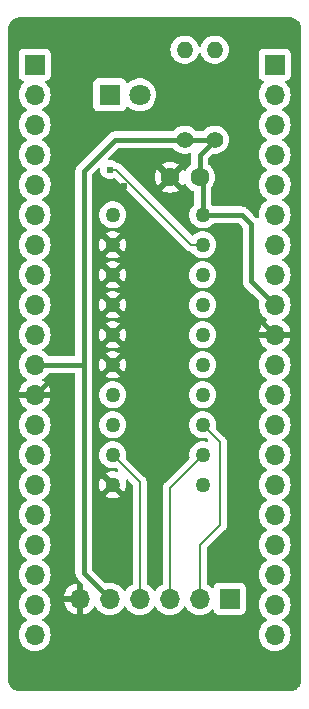
<source format=gtl>
%TF.GenerationSoftware,KiCad,Pcbnew,7.0.5*%
%TF.CreationDate,2023-09-18T23:30:41+09:00*%
%TF.ProjectId,PIC18F47QXX_SD,50494331-3846-4343-9751-58585f53442e,1.1*%
%TF.SameCoordinates,PX60e4b00PY791ddc0*%
%TF.FileFunction,Copper,L1,Top*%
%TF.FilePolarity,Positive*%
%FSLAX46Y46*%
G04 Gerber Fmt 4.6, Leading zero omitted, Abs format (unit mm)*
G04 Created by KiCad (PCBNEW 7.0.5) date 2023-09-18 23:30:41*
%MOMM*%
%LPD*%
G01*
G04 APERTURE LIST*
%TA.AperFunction,ComponentPad*%
%ADD10C,1.400000*%
%TD*%
%TA.AperFunction,ComponentPad*%
%ADD11O,1.400000X1.400000*%
%TD*%
%TA.AperFunction,ComponentPad*%
%ADD12C,1.600000*%
%TD*%
%TA.AperFunction,ComponentPad*%
%ADD13R,1.800000X1.800000*%
%TD*%
%TA.AperFunction,ComponentPad*%
%ADD14C,1.800000*%
%TD*%
%TA.AperFunction,ComponentPad*%
%ADD15C,1.270000*%
%TD*%
%TA.AperFunction,ComponentPad*%
%ADD16R,1.700000X1.700000*%
%TD*%
%TA.AperFunction,ComponentPad*%
%ADD17O,1.700000X1.700000*%
%TD*%
%TA.AperFunction,ViaPad*%
%ADD18C,0.605000*%
%TD*%
%TA.AperFunction,Conductor*%
%ADD19C,0.152400*%
%TD*%
%TA.AperFunction,Conductor*%
%ADD20C,0.400000*%
%TD*%
G04 APERTURE END LIST*
D10*
X17780000Y46990000D03*
D11*
X17780000Y54610000D03*
D12*
X14000000Y43820000D03*
X16500000Y43820000D03*
D13*
X8890000Y50800000D03*
D14*
X11430000Y50800000D03*
D10*
X15240000Y46990000D03*
D11*
X15240000Y54610000D03*
D15*
X9144000Y40640000D03*
X9144000Y38100000D03*
X9144000Y35560000D03*
X9144000Y33020000D03*
X9144000Y30480000D03*
X9144000Y27940000D03*
X9144000Y25400000D03*
X9144000Y22860000D03*
X9144000Y20320000D03*
X9144000Y17780000D03*
X16764000Y17780000D03*
X16764000Y20320000D03*
X16764000Y22860000D03*
X16764000Y25400000D03*
X16764000Y27940000D03*
X16764000Y30480000D03*
X16764000Y33020000D03*
X16764000Y35560000D03*
X16764000Y38100000D03*
X16764000Y40640000D03*
D16*
X19050000Y8128000D03*
D17*
X16510000Y8128000D03*
X13970000Y8128000D03*
X11430000Y8128000D03*
X8890000Y8128000D03*
X6350000Y8128000D03*
D16*
X2540000Y53340000D03*
D17*
X2540000Y50800000D03*
X2540000Y48260000D03*
X2540000Y45720000D03*
X2540000Y43180000D03*
X2540000Y40640000D03*
X2540000Y38100000D03*
X2540000Y35560000D03*
X2540000Y33020000D03*
X2540000Y30480000D03*
X2540000Y27940000D03*
X2540000Y25400000D03*
X2540000Y22860000D03*
X2540000Y20320000D03*
X2540000Y17780000D03*
X2540000Y15240000D03*
X2540000Y12700000D03*
X2540000Y10160000D03*
X2540000Y7620000D03*
X2540000Y5080000D03*
D16*
X22860000Y53340000D03*
D17*
X22860000Y50800000D03*
X22860000Y48260000D03*
X22860000Y45720000D03*
X22860000Y43180000D03*
X22860000Y40640000D03*
X22860000Y38100000D03*
X22860000Y35560000D03*
X22860000Y33020000D03*
X22860000Y30480000D03*
X22860000Y27940000D03*
X22860000Y25400000D03*
X22860000Y22860000D03*
X22860000Y20320000D03*
X22860000Y17780000D03*
X22860000Y15240000D03*
X22860000Y12700000D03*
X22860000Y10160000D03*
X22860000Y7620000D03*
X22860000Y5080000D03*
D18*
X19761200Y38100000D03*
X20320000Y48260000D03*
X12700000Y12065000D03*
X10064455Y43084455D03*
X8890000Y11430000D03*
X6350000Y54610000D03*
X12700000Y22860000D03*
X8890000Y15240000D03*
X20320000Y15240000D03*
X5080000Y38100000D03*
X10160000Y54610000D03*
X12700000Y19050000D03*
X5080000Y43180000D03*
X15240000Y29210000D03*
X20320000Y53340000D03*
X12700000Y15240000D03*
X20320000Y25400000D03*
X20320000Y32090000D03*
X15240000Y26670000D03*
X17780000Y11430000D03*
X11430000Y26670000D03*
X15240000Y21590000D03*
X2540000Y2540000D03*
X20320000Y20320000D03*
X5080000Y33020000D03*
X8890000Y2540000D03*
X20320000Y11430000D03*
X11430000Y33020000D03*
X6350000Y46990000D03*
X20320000Y2540000D03*
X12446000Y38100000D03*
X20320000Y43180000D03*
X4630000Y26410000D03*
X8890000Y44450000D03*
D19*
X11430000Y8128000D02*
X11430000Y18034000D01*
X11430000Y18034000D02*
X9144000Y20320000D01*
D20*
X3550000Y26410000D02*
X4630000Y26410000D01*
X21250000Y32090000D02*
X20320000Y32090000D01*
X22860000Y30480000D02*
X21250000Y32090000D01*
X2540000Y25400000D02*
X3550000Y26410000D01*
D19*
X13970000Y8128000D02*
X13970000Y17526000D01*
X13970000Y17526000D02*
X16764000Y20320000D01*
X16510000Y12650000D02*
X18220000Y14360000D01*
X18220000Y21404000D02*
X16764000Y22860000D01*
X18220000Y14360000D02*
X18220000Y21404000D01*
X16510000Y8128000D02*
X16510000Y12650000D01*
D20*
X6690000Y27980000D02*
X6690000Y44380000D01*
X17780000Y46990000D02*
X15240000Y46990000D01*
X20050000Y40640000D02*
X20860000Y39830000D01*
X6690000Y10328000D02*
X6690000Y27980000D01*
X9300000Y46990000D02*
X12700000Y46990000D01*
X6690000Y44380000D02*
X9300000Y46990000D01*
X20860000Y35020000D02*
X22860000Y33020000D01*
X16500000Y45710000D02*
X17780000Y46990000D01*
X15240000Y46990000D02*
X12700000Y46990000D01*
X16764000Y43556000D02*
X16500000Y43820000D01*
X8890000Y8128000D02*
X6690000Y10328000D01*
X16500000Y43820000D02*
X16500000Y45710000D01*
X2540000Y27940000D02*
X6650000Y27940000D01*
X16764000Y40640000D02*
X20050000Y40640000D01*
X20860000Y39830000D02*
X20860000Y35020000D01*
X16764000Y40640000D02*
X16764000Y43556000D01*
D19*
X6650000Y27940000D02*
X6690000Y27980000D01*
X9450000Y44450000D02*
X8890000Y44450000D01*
X16764000Y38100000D02*
X15800000Y38100000D01*
X15800000Y38100000D02*
X9450000Y44450000D01*
%TA.AperFunction,Conductor*%
G36*
X24132694Y57357265D02*
G01*
X24287546Y57343717D01*
X24308823Y57339966D01*
X24451111Y57301840D01*
X24471420Y57294447D01*
X24604914Y57232198D01*
X24623633Y57221391D01*
X24744299Y57136900D01*
X24760857Y57123006D01*
X24865005Y57018858D01*
X24878899Y57002300D01*
X24963390Y56881634D01*
X24974197Y56862915D01*
X25036446Y56729421D01*
X25043839Y56709111D01*
X25081963Y56566831D01*
X25085716Y56545545D01*
X25099264Y56390700D01*
X25099500Y56385294D01*
X25099500Y1272707D01*
X25099264Y1267301D01*
X25085716Y1112456D01*
X25081963Y1091170D01*
X25043839Y948890D01*
X25036446Y928580D01*
X24974197Y795086D01*
X24963390Y776367D01*
X24878899Y655701D01*
X24865005Y639143D01*
X24760857Y534995D01*
X24744299Y521101D01*
X24623633Y436610D01*
X24604914Y425803D01*
X24471420Y363554D01*
X24451110Y356161D01*
X24308830Y318037D01*
X24287544Y314284D01*
X24175205Y304455D01*
X24132694Y300736D01*
X24127294Y300500D01*
X1272706Y300500D01*
X1267305Y300736D01*
X1219615Y304909D01*
X1112455Y314284D01*
X1091169Y318037D01*
X948889Y356161D01*
X928579Y363554D01*
X795085Y425803D01*
X776366Y436610D01*
X655700Y521101D01*
X639142Y534995D01*
X534994Y639143D01*
X521100Y655701D01*
X436609Y776367D01*
X425802Y795086D01*
X363553Y928580D01*
X356160Y948890D01*
X318034Y1091177D01*
X314283Y1112457D01*
X300736Y1267301D01*
X300500Y1272707D01*
X300500Y5080000D01*
X1184341Y5080000D01*
X1204936Y4844597D01*
X1204938Y4844587D01*
X1266094Y4616345D01*
X1266096Y4616341D01*
X1266097Y4616337D01*
X1365965Y4402171D01*
X1365965Y4402170D01*
X1365967Y4402166D01*
X1474281Y4247479D01*
X1501505Y4208599D01*
X1668599Y4041505D01*
X1765384Y3973736D01*
X1862165Y3905968D01*
X1862167Y3905967D01*
X1862170Y3905965D01*
X2076337Y3806097D01*
X2304592Y3744937D01*
X2492918Y3728461D01*
X2539999Y3724341D01*
X2540000Y3724341D01*
X2540001Y3724341D01*
X2579234Y3727774D01*
X2775408Y3744937D01*
X3003663Y3806097D01*
X3217830Y3905965D01*
X3411401Y4041505D01*
X3578495Y4208599D01*
X3714035Y4402170D01*
X3813903Y4616337D01*
X3875063Y4844592D01*
X3895659Y5080000D01*
X3875063Y5315408D01*
X3813903Y5543663D01*
X3714035Y5757829D01*
X3578495Y5951401D01*
X3578494Y5951403D01*
X3411402Y6118494D01*
X3411401Y6118495D01*
X3225842Y6248425D01*
X3225841Y6248426D01*
X3182216Y6303003D01*
X3175024Y6372502D01*
X3206546Y6434856D01*
X3225836Y6451572D01*
X3411401Y6581505D01*
X3578495Y6748599D01*
X3714035Y6942170D01*
X3813903Y7156337D01*
X3875063Y7384592D01*
X3895659Y7620000D01*
X3875063Y7855408D01*
X3828626Y8028715D01*
X3813905Y8083656D01*
X3813904Y8083657D01*
X3813903Y8083663D01*
X3714035Y8297829D01*
X3686017Y8337844D01*
X3578494Y8491403D01*
X3411402Y8658494D01*
X3411396Y8658499D01*
X3225842Y8788425D01*
X3182217Y8843002D01*
X3175023Y8912500D01*
X3206546Y8974855D01*
X3225842Y8991575D01*
X3284980Y9032984D01*
X3411401Y9121505D01*
X3578495Y9288599D01*
X3714035Y9482170D01*
X3813903Y9696337D01*
X3875063Y9924592D01*
X3895659Y10160000D01*
X3875063Y10395408D01*
X3813903Y10623663D01*
X3714035Y10837829D01*
X3578495Y11031401D01*
X3578494Y11031403D01*
X3411402Y11198494D01*
X3411401Y11198495D01*
X3225842Y11328425D01*
X3225841Y11328426D01*
X3182216Y11383003D01*
X3175024Y11452502D01*
X3206546Y11514856D01*
X3225836Y11531572D01*
X3411401Y11661505D01*
X3578495Y11828599D01*
X3714035Y12022170D01*
X3813903Y12236337D01*
X3875063Y12464592D01*
X3895659Y12700000D01*
X3875063Y12935408D01*
X3813903Y13163663D01*
X3714035Y13377829D01*
X3578495Y13571401D01*
X3578494Y13571403D01*
X3411402Y13738494D01*
X3411396Y13738499D01*
X3225842Y13868425D01*
X3182217Y13923002D01*
X3175023Y13992500D01*
X3206546Y14054855D01*
X3225842Y14071575D01*
X3248026Y14087109D01*
X3411401Y14201505D01*
X3578495Y14368599D01*
X3714035Y14562170D01*
X3813903Y14776337D01*
X3875063Y15004592D01*
X3895659Y15240000D01*
X3875063Y15475408D01*
X3813903Y15703663D01*
X3714035Y15917829D01*
X3578495Y16111401D01*
X3578494Y16111403D01*
X3411402Y16278494D01*
X3411401Y16278495D01*
X3225842Y16408425D01*
X3225841Y16408426D01*
X3182216Y16463003D01*
X3175024Y16532502D01*
X3206546Y16594856D01*
X3225836Y16611572D01*
X3411401Y16741505D01*
X3578495Y16908599D01*
X3714035Y17102170D01*
X3813903Y17316337D01*
X3875063Y17544592D01*
X3895659Y17780000D01*
X3875063Y18015408D01*
X3813903Y18243663D01*
X3714035Y18457829D01*
X3578495Y18651401D01*
X3578494Y18651403D01*
X3411402Y18818494D01*
X3411396Y18818499D01*
X3225842Y18948425D01*
X3182217Y19003002D01*
X3175023Y19072500D01*
X3206546Y19134855D01*
X3225842Y19151575D01*
X3328090Y19223170D01*
X3411401Y19281505D01*
X3578495Y19448599D01*
X3714035Y19642170D01*
X3813903Y19856337D01*
X3875063Y20084592D01*
X3895659Y20320000D01*
X3875063Y20555408D01*
X3813903Y20783663D01*
X3714035Y20997829D01*
X3650715Y21088261D01*
X3578494Y21191403D01*
X3411402Y21358494D01*
X3411401Y21358495D01*
X3225842Y21488425D01*
X3225841Y21488426D01*
X3182216Y21543003D01*
X3175024Y21612502D01*
X3206546Y21674856D01*
X3225836Y21691572D01*
X3411401Y21821505D01*
X3578495Y21988599D01*
X3714035Y22182170D01*
X3813903Y22396337D01*
X3875063Y22624592D01*
X3895659Y22860000D01*
X3875063Y23095408D01*
X3813903Y23323663D01*
X3714035Y23537829D01*
X3650715Y23628261D01*
X3578494Y23731403D01*
X3411402Y23898494D01*
X3411401Y23898495D01*
X3225405Y24028731D01*
X3181781Y24083308D01*
X3174588Y24152807D01*
X3206110Y24215161D01*
X3225405Y24231881D01*
X3411082Y24361895D01*
X3578105Y24528918D01*
X3713600Y24722422D01*
X3813429Y24936508D01*
X3813432Y24936514D01*
X3870636Y25150000D01*
X2973686Y25150000D01*
X2999493Y25190156D01*
X3040000Y25328111D01*
X3040000Y25471889D01*
X2999493Y25609844D01*
X2973686Y25650000D01*
X3870636Y25650000D01*
X3870635Y25650001D01*
X3813432Y25863487D01*
X3813429Y25863493D01*
X3713600Y26077578D01*
X3713599Y26077580D01*
X3578113Y26271074D01*
X3578108Y26271080D01*
X3411078Y26438110D01*
X3225405Y26568121D01*
X3181780Y26622698D01*
X3174588Y26692196D01*
X3206110Y26754551D01*
X3225406Y26771270D01*
X3225843Y26771576D01*
X3411401Y26901505D01*
X3578495Y27068599D01*
X3661136Y27186624D01*
X3715713Y27230248D01*
X3762711Y27239500D01*
X5865500Y27239500D01*
X5932539Y27219815D01*
X5978294Y27167011D01*
X5989500Y27115500D01*
X5989500Y10351049D01*
X5989387Y10347304D01*
X5985642Y10285397D01*
X5985642Y10285395D01*
X5996821Y10224388D01*
X5997384Y10220687D01*
X6004859Y10159130D01*
X6004860Y10159126D01*
X6008451Y10149657D01*
X6014474Y10128054D01*
X6016304Y10118070D01*
X6041759Y10061510D01*
X6043189Y10058059D01*
X6065182Y10000070D01*
X6065183Y10000069D01*
X6070936Y9991734D01*
X6081961Y9972187D01*
X6086120Y9962945D01*
X6086124Y9962940D01*
X6124371Y9914122D01*
X6126591Y9911104D01*
X6161812Y9860076D01*
X6161816Y9860072D01*
X6161817Y9860071D01*
X6208250Y9818936D01*
X6210941Y9816402D01*
X6536691Y9490652D01*
X6563681Y9463662D01*
X6597166Y9402339D01*
X6600000Y9375981D01*
X6600000Y8563502D01*
X6492315Y8612680D01*
X6385763Y8628000D01*
X6314237Y8628000D01*
X6207685Y8612680D01*
X6099999Y8563502D01*
X6099999Y9458636D01*
X6099998Y9458636D01*
X5886505Y9401430D01*
X5672422Y9301601D01*
X5672420Y9301600D01*
X5478926Y9166114D01*
X5478920Y9166109D01*
X5311891Y8999080D01*
X5311886Y8999074D01*
X5176400Y8805580D01*
X5176399Y8805578D01*
X5076570Y8591493D01*
X5076567Y8591487D01*
X5019364Y8378001D01*
X5019364Y8378000D01*
X5916314Y8378000D01*
X5890507Y8337844D01*
X5850000Y8199889D01*
X5850000Y8056111D01*
X5890507Y7918156D01*
X5916314Y7878000D01*
X5019364Y7878000D01*
X5076567Y7664514D01*
X5076570Y7664508D01*
X5176399Y7450422D01*
X5311894Y7256918D01*
X5478917Y7089895D01*
X5672421Y6954400D01*
X5886507Y6854571D01*
X5886516Y6854567D01*
X6099998Y6797365D01*
X6099999Y6797366D01*
X6099999Y7692499D01*
X6207685Y7643320D01*
X6314237Y7628000D01*
X6385763Y7628000D01*
X6492315Y7643320D01*
X6600000Y7692499D01*
X6600000Y6797367D01*
X6813483Y6854567D01*
X6813492Y6854571D01*
X7027578Y6954400D01*
X7221082Y7089895D01*
X7388105Y7256918D01*
X7518119Y7442595D01*
X7572696Y7486219D01*
X7642195Y7493412D01*
X7704549Y7461890D01*
X7721269Y7442595D01*
X7851505Y7256599D01*
X8018599Y7089505D01*
X8115384Y7021735D01*
X8212165Y6953968D01*
X8212167Y6953967D01*
X8212170Y6953965D01*
X8426337Y6854097D01*
X8654592Y6792937D01*
X8831034Y6777500D01*
X8889999Y6772341D01*
X8890000Y6772341D01*
X8890001Y6772341D01*
X8948966Y6777500D01*
X9125408Y6792937D01*
X9353663Y6854097D01*
X9567830Y6953965D01*
X9761401Y7089505D01*
X9928495Y7256599D01*
X10058424Y7442158D01*
X10113002Y7485783D01*
X10182500Y7492977D01*
X10244855Y7461454D01*
X10261575Y7442158D01*
X10391281Y7256918D01*
X10391505Y7256599D01*
X10558599Y7089505D01*
X10655384Y7021735D01*
X10752165Y6953968D01*
X10752167Y6953967D01*
X10752170Y6953965D01*
X10966337Y6854097D01*
X11194592Y6792937D01*
X11371034Y6777500D01*
X11429999Y6772341D01*
X11430000Y6772341D01*
X11430001Y6772341D01*
X11488966Y6777500D01*
X11665408Y6792937D01*
X11893663Y6854097D01*
X12107830Y6953965D01*
X12301401Y7089505D01*
X12468495Y7256599D01*
X12598424Y7442158D01*
X12653002Y7485783D01*
X12722500Y7492977D01*
X12784855Y7461454D01*
X12801575Y7442158D01*
X12931281Y7256918D01*
X12931505Y7256599D01*
X13098599Y7089505D01*
X13195384Y7021735D01*
X13292165Y6953968D01*
X13292167Y6953967D01*
X13292170Y6953965D01*
X13506337Y6854097D01*
X13734592Y6792937D01*
X13911034Y6777500D01*
X13969999Y6772341D01*
X13970000Y6772341D01*
X13970001Y6772341D01*
X14028966Y6777500D01*
X14205408Y6792937D01*
X14433663Y6854097D01*
X14647830Y6953965D01*
X14841401Y7089505D01*
X15008495Y7256599D01*
X15138424Y7442158D01*
X15193002Y7485783D01*
X15262500Y7492977D01*
X15324855Y7461454D01*
X15341575Y7442158D01*
X15471281Y7256918D01*
X15471505Y7256599D01*
X15638599Y7089505D01*
X15735384Y7021735D01*
X15832165Y6953968D01*
X15832167Y6953967D01*
X15832170Y6953965D01*
X16046337Y6854097D01*
X16274592Y6792937D01*
X16451034Y6777500D01*
X16509999Y6772341D01*
X16510000Y6772341D01*
X16510001Y6772341D01*
X16568966Y6777500D01*
X16745408Y6792937D01*
X16973663Y6854097D01*
X17187830Y6953965D01*
X17381401Y7089505D01*
X17503329Y7211434D01*
X17564648Y7244916D01*
X17634340Y7239932D01*
X17690274Y7198061D01*
X17707189Y7167083D01*
X17756202Y7035672D01*
X17756206Y7035665D01*
X17842452Y6920456D01*
X17842455Y6920453D01*
X17957664Y6834207D01*
X17957671Y6834203D01*
X18092517Y6783909D01*
X18092516Y6783909D01*
X18099444Y6783165D01*
X18152127Y6777500D01*
X19947872Y6777501D01*
X20007483Y6783909D01*
X20142331Y6834204D01*
X20257546Y6920454D01*
X20343796Y7035669D01*
X20394091Y7170517D01*
X20400500Y7230127D01*
X20400499Y9025872D01*
X20394091Y9085483D01*
X20392810Y9088917D01*
X20343797Y9220329D01*
X20343793Y9220336D01*
X20257547Y9335545D01*
X20257544Y9335548D01*
X20142335Y9421794D01*
X20142328Y9421798D01*
X20007482Y9472092D01*
X20007483Y9472092D01*
X19947883Y9478499D01*
X19947881Y9478500D01*
X19947873Y9478500D01*
X19947864Y9478500D01*
X18152129Y9478500D01*
X18152123Y9478499D01*
X18092516Y9472092D01*
X17957671Y9421798D01*
X17957664Y9421794D01*
X17842455Y9335548D01*
X17842452Y9335545D01*
X17756206Y9220336D01*
X17756203Y9220331D01*
X17707189Y9088917D01*
X17665317Y9032984D01*
X17599853Y9008567D01*
X17531580Y9023419D01*
X17503326Y9044570D01*
X17381402Y9166494D01*
X17381395Y9166499D01*
X17187832Y9302034D01*
X17158294Y9315808D01*
X17105855Y9361981D01*
X17086700Y9428190D01*
X17086700Y12359762D01*
X17106385Y12426801D01*
X17123014Y12447438D01*
X18598191Y13922616D01*
X18604281Y13927957D01*
X18631307Y13948693D01*
X18723746Y14069162D01*
X18781856Y14209451D01*
X18796700Y14322203D01*
X18796700Y14322204D01*
X18801676Y14360000D01*
X18797228Y14393782D01*
X18796700Y14401849D01*
X18796700Y21362154D01*
X18797228Y21370218D01*
X18801676Y21404000D01*
X18781856Y21554549D01*
X18723746Y21694838D01*
X18684254Y21746305D01*
X18653260Y21786698D01*
X18653252Y21786708D01*
X18650043Y21790889D01*
X18631307Y21815307D01*
X18622062Y21822401D01*
X18604283Y21836044D01*
X18598180Y21841397D01*
X17915248Y22524329D01*
X17881763Y22585652D01*
X17883665Y22645952D01*
X17884948Y22650458D01*
X17904365Y22860000D01*
X17884948Y23069542D01*
X17827359Y23271947D01*
X17733558Y23460325D01*
X17606740Y23628259D01*
X17451223Y23770031D01*
X17451221Y23770033D01*
X17272307Y23880812D01*
X17272301Y23880815D01*
X17117648Y23940727D01*
X17076076Y23956832D01*
X16869220Y23995500D01*
X16658780Y23995500D01*
X16451924Y23956832D01*
X16451921Y23956832D01*
X16451921Y23956831D01*
X16255698Y23880815D01*
X16255692Y23880812D01*
X16076778Y23770033D01*
X16076776Y23770031D01*
X15921261Y23628261D01*
X15794442Y23460326D01*
X15700642Y23271951D01*
X15700640Y23271947D01*
X15700641Y23271947D01*
X15650412Y23095408D01*
X15643051Y23069538D01*
X15623634Y22860001D01*
X15623634Y22860000D01*
X15643051Y22650463D01*
X15643051Y22650461D01*
X15643052Y22650458D01*
X15650413Y22624587D01*
X15700642Y22448050D01*
X15794442Y22259675D01*
X15921261Y22091740D01*
X16076776Y21949970D01*
X16076778Y21949968D01*
X16255692Y21839189D01*
X16255698Y21839186D01*
X16263809Y21836044D01*
X16451924Y21763168D01*
X16658780Y21724500D01*
X16658782Y21724500D01*
X16869217Y21724500D01*
X16869220Y21724500D01*
X16985863Y21746305D01*
X17055374Y21739274D01*
X17096326Y21712097D01*
X17180982Y21627441D01*
X17214467Y21566118D01*
X17209483Y21496426D01*
X17167611Y21440493D01*
X17102147Y21416076D01*
X17070518Y21417871D01*
X16869220Y21455500D01*
X16658780Y21455500D01*
X16451924Y21416832D01*
X16451921Y21416832D01*
X16451921Y21416831D01*
X16255698Y21340815D01*
X16255692Y21340812D01*
X16076778Y21230033D01*
X16076776Y21230031D01*
X15921261Y21088261D01*
X15794442Y20920326D01*
X15700642Y20731951D01*
X15700640Y20731947D01*
X15700641Y20731947D01*
X15650412Y20555408D01*
X15643051Y20529538D01*
X15623634Y20320001D01*
X15623634Y20320000D01*
X15643051Y20110460D01*
X15644336Y20105946D01*
X15643750Y20036079D01*
X15612751Y19984330D01*
X13591813Y17963391D01*
X13585710Y17958040D01*
X13558694Y17937308D01*
X13523021Y17890820D01*
X13466253Y17816839D01*
X13408144Y17676550D01*
X13408143Y17676548D01*
X13388324Y17526002D01*
X13388324Y17526000D01*
X13392769Y17492239D01*
X13393300Y17484138D01*
X13393300Y9428190D01*
X13373615Y9361151D01*
X13321707Y9315809D01*
X13292173Y9302037D01*
X13292169Y9302035D01*
X13098597Y9166495D01*
X12931505Y8999403D01*
X12801575Y8813842D01*
X12746998Y8770217D01*
X12677500Y8763023D01*
X12615145Y8794546D01*
X12598425Y8813842D01*
X12468494Y8999403D01*
X12301402Y9166494D01*
X12301395Y9166499D01*
X12107832Y9302034D01*
X12078294Y9315808D01*
X12025855Y9361981D01*
X12006700Y9428190D01*
X12006700Y17992138D01*
X12007231Y18000239D01*
X12011676Y18034000D01*
X12011676Y18034002D01*
X11991856Y18184548D01*
X11991856Y18184549D01*
X11933746Y18324838D01*
X11864515Y18415062D01*
X11863260Y18416698D01*
X11863252Y18416708D01*
X11860043Y18420889D01*
X11841307Y18445307D01*
X11824986Y18457831D01*
X11814283Y18466044D01*
X11808180Y18471397D01*
X10295248Y19984329D01*
X10261763Y20045652D01*
X10263665Y20105952D01*
X10264948Y20110458D01*
X10284365Y20320000D01*
X10264948Y20529542D01*
X10207359Y20731947D01*
X10113558Y20920325D01*
X9986740Y21088259D01*
X9831223Y21230031D01*
X9831221Y21230033D01*
X9652307Y21340812D01*
X9652301Y21340815D01*
X9489199Y21404000D01*
X9456076Y21416832D01*
X9249220Y21455500D01*
X9038780Y21455500D01*
X8831924Y21416832D01*
X8831921Y21416832D01*
X8831921Y21416831D01*
X8635698Y21340815D01*
X8635692Y21340812D01*
X8456778Y21230033D01*
X8456776Y21230031D01*
X8301261Y21088261D01*
X8174442Y20920326D01*
X8080642Y20731951D01*
X8080640Y20731947D01*
X8080641Y20731947D01*
X8030412Y20555408D01*
X8023051Y20529538D01*
X8003634Y20320001D01*
X8003634Y20320000D01*
X8023051Y20110463D01*
X8023051Y20110461D01*
X8023052Y20110458D01*
X8080641Y19908053D01*
X8174442Y19719675D01*
X8264699Y19600155D01*
X8301261Y19551740D01*
X8456776Y19409970D01*
X8456778Y19409968D01*
X8635692Y19299189D01*
X8635698Y19299186D01*
X8677268Y19283082D01*
X8831924Y19223168D01*
X9038780Y19184500D01*
X9038782Y19184500D01*
X9249217Y19184500D01*
X9249220Y19184500D01*
X9365863Y19206305D01*
X9435374Y19199274D01*
X9476326Y19172097D01*
X9561608Y19086815D01*
X9595093Y19025492D01*
X9590109Y18955800D01*
X9548237Y18899867D01*
X9482773Y18875450D01*
X9451142Y18877245D01*
X9249171Y18915000D01*
X9038829Y18915000D01*
X8832064Y18876349D01*
X8832063Y18876349D01*
X8635923Y18800365D01*
X8537887Y18739665D01*
X9116553Y18161000D01*
X9112431Y18161000D01*
X9018579Y18145339D01*
X8906749Y18084820D01*
X8820629Y17991269D01*
X8769552Y17874823D01*
X8763894Y17806553D01*
X8181546Y18388901D01*
X8181545Y18388901D01*
X8174870Y18380061D01*
X8081111Y18191770D01*
X8023545Y17989445D01*
X8004138Y17780001D01*
X8004138Y17780000D01*
X8023545Y17570556D01*
X8081111Y17368231D01*
X8174871Y17179938D01*
X8181545Y17171101D01*
X8759096Y17748650D01*
X8759051Y17748102D01*
X8790266Y17624838D01*
X8859813Y17518388D01*
X8960157Y17440287D01*
X9080422Y17399000D01*
X9116552Y17399000D01*
X8537887Y16820337D01*
X8635918Y16759638D01*
X8635920Y16759637D01*
X8832063Y16683652D01*
X9038829Y16645000D01*
X9249171Y16645000D01*
X9455935Y16683652D01*
X9455936Y16683652D01*
X9652079Y16759637D01*
X9652080Y16759638D01*
X9750110Y16820336D01*
X9750111Y16820337D01*
X9171449Y17399000D01*
X9175569Y17399000D01*
X9269421Y17414661D01*
X9381251Y17475180D01*
X9467371Y17568731D01*
X9518448Y17685177D01*
X9524105Y17753448D01*
X10106452Y17171101D01*
X10106453Y17171101D01*
X10113128Y17179939D01*
X10206888Y17368231D01*
X10264454Y17570556D01*
X10283862Y17780000D01*
X10283862Y17780001D01*
X10264454Y17989449D01*
X10264453Y17989452D01*
X10238225Y18081636D01*
X10238812Y18151503D01*
X10277079Y18209962D01*
X10340876Y18238452D01*
X10409948Y18227928D01*
X10445172Y18203251D01*
X10816981Y17831442D01*
X10850466Y17770119D01*
X10853300Y17743761D01*
X10853300Y9428190D01*
X10833615Y9361151D01*
X10781707Y9315809D01*
X10752173Y9302037D01*
X10752169Y9302035D01*
X10558597Y9166495D01*
X10391508Y8999406D01*
X10261574Y8813841D01*
X10206997Y8770216D01*
X10137498Y8763024D01*
X10075144Y8794546D01*
X10058424Y8813842D01*
X9928494Y8999403D01*
X9761402Y9166494D01*
X9761395Y9166499D01*
X9567834Y9302033D01*
X9567830Y9302035D01*
X9538294Y9315808D01*
X9353663Y9401903D01*
X9353659Y9401904D01*
X9353655Y9401906D01*
X9125413Y9463062D01*
X9125403Y9463064D01*
X8890001Y9483659D01*
X8889999Y9483659D01*
X8654597Y9463064D01*
X8654593Y9463064D01*
X8654592Y9463063D01*
X8654587Y9463062D01*
X8654584Y9463061D01*
X8637778Y9458558D01*
X8567928Y9460222D01*
X8518005Y9490652D01*
X7426819Y10581839D01*
X7393334Y10643162D01*
X7390500Y10669520D01*
X7390500Y22860000D01*
X8003634Y22860000D01*
X8023051Y22650463D01*
X8023051Y22650461D01*
X8023052Y22650458D01*
X8030413Y22624587D01*
X8080642Y22448050D01*
X8174442Y22259675D01*
X8301261Y22091740D01*
X8456776Y21949970D01*
X8456778Y21949968D01*
X8635692Y21839189D01*
X8635698Y21839186D01*
X8643809Y21836044D01*
X8831924Y21763168D01*
X9038780Y21724500D01*
X9038782Y21724500D01*
X9249218Y21724500D01*
X9249220Y21724500D01*
X9456076Y21763168D01*
X9652304Y21839187D01*
X9831223Y21949969D01*
X9986740Y22091741D01*
X10113558Y22259675D01*
X10207359Y22448053D01*
X10264948Y22650458D01*
X10284365Y22860000D01*
X10264948Y23069542D01*
X10207359Y23271947D01*
X10113558Y23460325D01*
X9986740Y23628259D01*
X9831223Y23770031D01*
X9831221Y23770033D01*
X9652307Y23880812D01*
X9652301Y23880815D01*
X9497648Y23940727D01*
X9456076Y23956832D01*
X9249220Y23995500D01*
X9038780Y23995500D01*
X8831924Y23956832D01*
X8831921Y23956832D01*
X8831921Y23956831D01*
X8635698Y23880815D01*
X8635692Y23880812D01*
X8456778Y23770033D01*
X8456776Y23770031D01*
X8301261Y23628261D01*
X8174442Y23460326D01*
X8080642Y23271951D01*
X8080640Y23271947D01*
X8080641Y23271947D01*
X8030412Y23095408D01*
X8023051Y23069538D01*
X8003634Y22860001D01*
X8003634Y22860000D01*
X7390500Y22860000D01*
X7390500Y25400000D01*
X8003634Y25400000D01*
X8023051Y25190463D01*
X8023051Y25190461D01*
X8023052Y25190458D01*
X8057552Y25069202D01*
X8080642Y24988050D01*
X8174442Y24799675D01*
X8301261Y24631740D01*
X8456776Y24489970D01*
X8456778Y24489968D01*
X8635692Y24379189D01*
X8635698Y24379186D01*
X8677268Y24363082D01*
X8831924Y24303168D01*
X9038780Y24264500D01*
X9038782Y24264500D01*
X9249218Y24264500D01*
X9249220Y24264500D01*
X9456076Y24303168D01*
X9652304Y24379187D01*
X9831223Y24489969D01*
X9986740Y24631741D01*
X10113558Y24799675D01*
X10207359Y24988053D01*
X10264948Y25190458D01*
X10284365Y25400000D01*
X15623634Y25400000D01*
X15643051Y25190463D01*
X15643051Y25190461D01*
X15643052Y25190458D01*
X15677552Y25069202D01*
X15700642Y24988050D01*
X15794442Y24799675D01*
X15921261Y24631740D01*
X16076776Y24489970D01*
X16076778Y24489968D01*
X16255692Y24379189D01*
X16255698Y24379186D01*
X16297268Y24363082D01*
X16451924Y24303168D01*
X16658780Y24264500D01*
X16658782Y24264500D01*
X16869218Y24264500D01*
X16869220Y24264500D01*
X17076076Y24303168D01*
X17272304Y24379187D01*
X17451223Y24489969D01*
X17606740Y24631741D01*
X17733558Y24799675D01*
X17827359Y24988053D01*
X17884948Y25190458D01*
X17904365Y25400000D01*
X17884948Y25609542D01*
X17827359Y25811947D01*
X17733558Y26000325D01*
X17606740Y26168259D01*
X17451223Y26310031D01*
X17451221Y26310033D01*
X17272307Y26420812D01*
X17272301Y26420815D01*
X17117648Y26480727D01*
X17076076Y26496832D01*
X16869220Y26535500D01*
X16658780Y26535500D01*
X16451924Y26496832D01*
X16451921Y26496832D01*
X16451921Y26496831D01*
X16255698Y26420815D01*
X16255692Y26420812D01*
X16076778Y26310033D01*
X16076776Y26310031D01*
X15921261Y26168261D01*
X15794442Y26000326D01*
X15700642Y25811951D01*
X15700640Y25811947D01*
X15700641Y25811947D01*
X15650412Y25635408D01*
X15643051Y25609538D01*
X15623634Y25400001D01*
X15623634Y25400000D01*
X10284365Y25400000D01*
X10264948Y25609542D01*
X10207359Y25811947D01*
X10113558Y26000325D01*
X9986740Y26168259D01*
X9831223Y26310031D01*
X9831221Y26310033D01*
X9652307Y26420812D01*
X9652301Y26420815D01*
X9497648Y26480727D01*
X9456076Y26496832D01*
X9249220Y26535500D01*
X9038780Y26535500D01*
X8831924Y26496832D01*
X8831921Y26496832D01*
X8831921Y26496831D01*
X8635698Y26420815D01*
X8635692Y26420812D01*
X8456778Y26310033D01*
X8456776Y26310031D01*
X8301261Y26168261D01*
X8174442Y26000326D01*
X8080642Y25811951D01*
X8080640Y25811947D01*
X8080641Y25811947D01*
X8030412Y25635408D01*
X8023051Y25609538D01*
X8003634Y25400001D01*
X8003634Y25400000D01*
X7390500Y25400000D01*
X7390500Y27940000D01*
X8004138Y27940000D01*
X8023545Y27730556D01*
X8081111Y27528231D01*
X8174871Y27339938D01*
X8181545Y27331101D01*
X8759096Y27908650D01*
X8759051Y27908102D01*
X8790266Y27784838D01*
X8859813Y27678388D01*
X8960157Y27600287D01*
X9080422Y27559000D01*
X9116553Y27559000D01*
X8537887Y26980337D01*
X8635918Y26919638D01*
X8635920Y26919637D01*
X8832063Y26843652D01*
X9038829Y26805000D01*
X9249171Y26805000D01*
X9455935Y26843652D01*
X9455936Y26843652D01*
X9652079Y26919637D01*
X9652080Y26919638D01*
X9750110Y26980336D01*
X9750111Y26980337D01*
X9171448Y27559000D01*
X9175569Y27559000D01*
X9269421Y27574661D01*
X9381251Y27635180D01*
X9467371Y27728731D01*
X9518448Y27845177D01*
X9524105Y27913448D01*
X10106452Y27331101D01*
X10106453Y27331101D01*
X10113128Y27339939D01*
X10206888Y27528231D01*
X10264454Y27730556D01*
X10283862Y27940000D01*
X15623634Y27940000D01*
X15643051Y27730463D01*
X15643051Y27730461D01*
X15643052Y27730458D01*
X15700641Y27528053D01*
X15700642Y27528050D01*
X15794442Y27339675D01*
X15921261Y27171740D01*
X16076776Y27029970D01*
X16076778Y27029968D01*
X16255692Y26919189D01*
X16255698Y26919186D01*
X16297268Y26903082D01*
X16451924Y26843168D01*
X16658780Y26804500D01*
X16658782Y26804500D01*
X16869218Y26804500D01*
X16869220Y26804500D01*
X17076076Y26843168D01*
X17272304Y26919187D01*
X17451223Y27029969D01*
X17606740Y27171741D01*
X17733558Y27339675D01*
X17827359Y27528053D01*
X17884948Y27730458D01*
X17904365Y27940000D01*
X17884948Y28149542D01*
X17827359Y28351947D01*
X17733558Y28540325D01*
X17606740Y28708259D01*
X17451223Y28850031D01*
X17451221Y28850033D01*
X17272307Y28960812D01*
X17272301Y28960815D01*
X17117648Y29020727D01*
X17076076Y29036832D01*
X16869220Y29075500D01*
X16658780Y29075500D01*
X16451924Y29036832D01*
X16451921Y29036832D01*
X16451921Y29036831D01*
X16255698Y28960815D01*
X16255692Y28960812D01*
X16076778Y28850033D01*
X16076776Y28850031D01*
X15921261Y28708261D01*
X15794442Y28540326D01*
X15700642Y28351951D01*
X15680089Y28279713D01*
X15643544Y28151269D01*
X15643051Y28149538D01*
X15623634Y27940001D01*
X15623634Y27940000D01*
X10283862Y27940000D01*
X10283862Y27940001D01*
X10264454Y28149445D01*
X10206888Y28351770D01*
X10113130Y28540059D01*
X10113128Y28540063D01*
X10106453Y28548901D01*
X10106452Y28548902D01*
X9528903Y27971352D01*
X9528949Y27971898D01*
X9497734Y28095162D01*
X9428187Y28201612D01*
X9327843Y28279713D01*
X9207578Y28321000D01*
X9171448Y28321000D01*
X9750111Y28899665D01*
X9750110Y28899666D01*
X9652083Y28960362D01*
X9652077Y28960364D01*
X9455936Y29036349D01*
X9249171Y29075000D01*
X9038829Y29075000D01*
X8832064Y29036349D01*
X8832063Y29036349D01*
X8635923Y28960365D01*
X8537887Y28899665D01*
X9116553Y28321000D01*
X9112431Y28321000D01*
X9018579Y28305339D01*
X8906749Y28244820D01*
X8820629Y28151269D01*
X8769552Y28034823D01*
X8763894Y27966553D01*
X8181546Y28548901D01*
X8181545Y28548901D01*
X8174870Y28540061D01*
X8081111Y28351770D01*
X8023545Y28149445D01*
X8004138Y27940001D01*
X8004138Y27940000D01*
X7390500Y27940000D01*
X7390500Y30480000D01*
X8004138Y30480000D01*
X8023545Y30270556D01*
X8081111Y30068231D01*
X8174871Y29879938D01*
X8181545Y29871101D01*
X8759096Y30448650D01*
X8759051Y30448102D01*
X8790266Y30324838D01*
X8859813Y30218388D01*
X8960157Y30140287D01*
X9080422Y30099000D01*
X9116553Y30099000D01*
X8537887Y29520337D01*
X8635918Y29459638D01*
X8635920Y29459637D01*
X8832063Y29383652D01*
X9038829Y29345000D01*
X9249171Y29345000D01*
X9455935Y29383652D01*
X9455936Y29383652D01*
X9652079Y29459637D01*
X9652080Y29459638D01*
X9750110Y29520336D01*
X9750111Y29520337D01*
X9171448Y30099000D01*
X9175569Y30099000D01*
X9269421Y30114661D01*
X9381251Y30175180D01*
X9467371Y30268731D01*
X9518448Y30385177D01*
X9524105Y30453448D01*
X10106452Y29871101D01*
X10106453Y29871101D01*
X10113128Y29879939D01*
X10206888Y30068231D01*
X10264454Y30270556D01*
X10283862Y30480000D01*
X15623634Y30480000D01*
X15643051Y30270463D01*
X15643051Y30270461D01*
X15643052Y30270458D01*
X15700641Y30068053D01*
X15700642Y30068050D01*
X15794442Y29879675D01*
X15921261Y29711740D01*
X16076776Y29569970D01*
X16076778Y29569968D01*
X16255692Y29459189D01*
X16255698Y29459186D01*
X16297268Y29443082D01*
X16451924Y29383168D01*
X16658780Y29344500D01*
X16658782Y29344500D01*
X16869218Y29344500D01*
X16869220Y29344500D01*
X17076076Y29383168D01*
X17272304Y29459187D01*
X17451223Y29569969D01*
X17606740Y29711741D01*
X17733558Y29879675D01*
X17827359Y30068053D01*
X17884948Y30270458D01*
X17904365Y30480000D01*
X17884948Y30689542D01*
X17827359Y30891947D01*
X17733558Y31080325D01*
X17606740Y31248259D01*
X17451223Y31390031D01*
X17451221Y31390033D01*
X17272307Y31500812D01*
X17272301Y31500815D01*
X17117648Y31560727D01*
X17076076Y31576832D01*
X16869220Y31615500D01*
X16658780Y31615500D01*
X16451924Y31576832D01*
X16451921Y31576832D01*
X16451921Y31576831D01*
X16255698Y31500815D01*
X16255692Y31500812D01*
X16076778Y31390033D01*
X16076776Y31390031D01*
X15921261Y31248261D01*
X15794442Y31080326D01*
X15700642Y30891951D01*
X15680089Y30819713D01*
X15643544Y30691269D01*
X15643051Y30689538D01*
X15623634Y30480001D01*
X15623634Y30480000D01*
X10283862Y30480000D01*
X10283862Y30480001D01*
X10264454Y30689445D01*
X10206888Y30891770D01*
X10113130Y31080059D01*
X10113128Y31080063D01*
X10106453Y31088901D01*
X10106452Y31088902D01*
X9528903Y30511352D01*
X9528949Y30511898D01*
X9497734Y30635162D01*
X9428187Y30741612D01*
X9327843Y30819713D01*
X9207578Y30861000D01*
X9171448Y30861000D01*
X9750111Y31439665D01*
X9750110Y31439666D01*
X9652083Y31500362D01*
X9652077Y31500364D01*
X9455936Y31576349D01*
X9249171Y31615000D01*
X9038829Y31615000D01*
X8832064Y31576349D01*
X8832063Y31576349D01*
X8635923Y31500365D01*
X8537887Y31439665D01*
X9116553Y30861000D01*
X9112431Y30861000D01*
X9018579Y30845339D01*
X8906749Y30784820D01*
X8820629Y30691269D01*
X8769552Y30574823D01*
X8763894Y30506553D01*
X8181546Y31088901D01*
X8181545Y31088901D01*
X8174870Y31080061D01*
X8081111Y30891770D01*
X8023545Y30689445D01*
X8004138Y30480001D01*
X8004138Y30480000D01*
X7390500Y30480000D01*
X7390500Y33020000D01*
X8004138Y33020000D01*
X8023545Y32810556D01*
X8081111Y32608231D01*
X8174871Y32419938D01*
X8181545Y32411101D01*
X8759096Y32988651D01*
X8759051Y32988102D01*
X8790266Y32864838D01*
X8859813Y32758388D01*
X8960157Y32680287D01*
X9080422Y32639000D01*
X9116553Y32639000D01*
X8537887Y32060337D01*
X8635918Y31999638D01*
X8635920Y31999637D01*
X8832063Y31923652D01*
X9038829Y31885000D01*
X9249171Y31885000D01*
X9455935Y31923652D01*
X9455936Y31923652D01*
X9652079Y31999637D01*
X9652080Y31999638D01*
X9750110Y32060336D01*
X9750111Y32060337D01*
X9171448Y32639000D01*
X9175569Y32639000D01*
X9269421Y32654661D01*
X9381251Y32715180D01*
X9467371Y32808731D01*
X9518448Y32925177D01*
X9524105Y32993447D01*
X10106452Y32411101D01*
X10106453Y32411101D01*
X10113128Y32419939D01*
X10206888Y32608231D01*
X10264454Y32810556D01*
X10283862Y33020000D01*
X15623634Y33020000D01*
X15643051Y32810463D01*
X15643051Y32810461D01*
X15643052Y32810458D01*
X15700641Y32608053D01*
X15700642Y32608050D01*
X15794442Y32419675D01*
X15921261Y32251740D01*
X16076776Y32109970D01*
X16076778Y32109968D01*
X16255692Y31999189D01*
X16255698Y31999186D01*
X16297268Y31983082D01*
X16451924Y31923168D01*
X16658780Y31884500D01*
X16658782Y31884500D01*
X16869218Y31884500D01*
X16869220Y31884500D01*
X17076076Y31923168D01*
X17272304Y31999187D01*
X17451223Y32109969D01*
X17606740Y32251741D01*
X17733558Y32419675D01*
X17827359Y32608053D01*
X17884948Y32810458D01*
X17904365Y33020000D01*
X17884948Y33229542D01*
X17827359Y33431947D01*
X17733558Y33620325D01*
X17606740Y33788259D01*
X17451223Y33930031D01*
X17451221Y33930033D01*
X17272307Y34040812D01*
X17272301Y34040815D01*
X17117648Y34100727D01*
X17076076Y34116832D01*
X16869220Y34155500D01*
X16658780Y34155500D01*
X16451924Y34116832D01*
X16451921Y34116832D01*
X16451921Y34116831D01*
X16255698Y34040815D01*
X16255692Y34040812D01*
X16076778Y33930033D01*
X16076776Y33930031D01*
X15921261Y33788261D01*
X15794442Y33620326D01*
X15700642Y33431951D01*
X15680089Y33359713D01*
X15643544Y33231269D01*
X15643051Y33229538D01*
X15623634Y33020001D01*
X15623634Y33020000D01*
X10283862Y33020000D01*
X10283862Y33020001D01*
X10264454Y33229445D01*
X10206888Y33431770D01*
X10113130Y33620059D01*
X10113128Y33620063D01*
X10106453Y33628901D01*
X10106452Y33628902D01*
X9528903Y33051353D01*
X9528949Y33051898D01*
X9497734Y33175162D01*
X9428187Y33281612D01*
X9327843Y33359713D01*
X9207578Y33401000D01*
X9171446Y33401000D01*
X9750111Y33979665D01*
X9750110Y33979666D01*
X9652083Y34040362D01*
X9652077Y34040364D01*
X9455936Y34116349D01*
X9249171Y34155000D01*
X9038829Y34155000D01*
X8832064Y34116349D01*
X8832063Y34116349D01*
X8635923Y34040365D01*
X8537887Y33979665D01*
X9116551Y33401000D01*
X9112431Y33401000D01*
X9018579Y33385339D01*
X8906749Y33324820D01*
X8820629Y33231269D01*
X8769552Y33114823D01*
X8763894Y33046553D01*
X8181545Y33628901D01*
X8174870Y33620061D01*
X8081111Y33431770D01*
X8023545Y33229445D01*
X8004138Y33020001D01*
X8004138Y33020000D01*
X7390500Y33020000D01*
X7390500Y35560000D01*
X8004138Y35560000D01*
X8023545Y35350556D01*
X8081111Y35148231D01*
X8174871Y34959938D01*
X8181545Y34951101D01*
X8759096Y35528651D01*
X8759051Y35528102D01*
X8790266Y35404838D01*
X8859813Y35298388D01*
X8960157Y35220287D01*
X9080422Y35179000D01*
X9116553Y35179000D01*
X8537887Y34600337D01*
X8635918Y34539638D01*
X8635920Y34539637D01*
X8832063Y34463652D01*
X9038829Y34425000D01*
X9249171Y34425000D01*
X9455935Y34463652D01*
X9455936Y34463652D01*
X9652079Y34539637D01*
X9652080Y34539638D01*
X9750110Y34600336D01*
X9750111Y34600337D01*
X9171448Y35179000D01*
X9175569Y35179000D01*
X9269421Y35194661D01*
X9381251Y35255180D01*
X9467371Y35348731D01*
X9518448Y35465177D01*
X9524105Y35533447D01*
X10106452Y34951101D01*
X10106453Y34951101D01*
X10113128Y34959939D01*
X10206888Y35148231D01*
X10264454Y35350556D01*
X10283862Y35560000D01*
X15623634Y35560000D01*
X15643051Y35350463D01*
X15643051Y35350461D01*
X15643052Y35350458D01*
X15700641Y35148053D01*
X15700642Y35148050D01*
X15785618Y34977395D01*
X15794442Y34959675D01*
X15876414Y34851126D01*
X15921261Y34791740D01*
X16076776Y34649970D01*
X16076778Y34649968D01*
X16255692Y34539189D01*
X16255698Y34539186D01*
X16297268Y34523082D01*
X16451924Y34463168D01*
X16658780Y34424500D01*
X16658782Y34424500D01*
X16869218Y34424500D01*
X16869220Y34424500D01*
X17076076Y34463168D01*
X17272304Y34539187D01*
X17451223Y34649969D01*
X17606740Y34791741D01*
X17733558Y34959675D01*
X17827359Y35148053D01*
X17884948Y35350458D01*
X17904365Y35560000D01*
X17884948Y35769542D01*
X17827359Y35971947D01*
X17733558Y36160325D01*
X17606740Y36328259D01*
X17596957Y36337177D01*
X17451223Y36470031D01*
X17451221Y36470033D01*
X17272307Y36580812D01*
X17272301Y36580815D01*
X17117648Y36640727D01*
X17076076Y36656832D01*
X16869220Y36695500D01*
X16658780Y36695500D01*
X16451924Y36656832D01*
X16451921Y36656832D01*
X16451921Y36656831D01*
X16255698Y36580815D01*
X16255692Y36580812D01*
X16076778Y36470033D01*
X16076776Y36470031D01*
X15921261Y36328261D01*
X15794442Y36160326D01*
X15700642Y35971951D01*
X15680089Y35899713D01*
X15643544Y35771269D01*
X15643051Y35769538D01*
X15623634Y35560001D01*
X15623634Y35560000D01*
X10283862Y35560000D01*
X10283862Y35560001D01*
X10264454Y35769445D01*
X10206888Y35971770D01*
X10113130Y36160059D01*
X10113128Y36160063D01*
X10106453Y36168901D01*
X10106452Y36168902D01*
X9528903Y35591353D01*
X9528949Y35591898D01*
X9497734Y35715162D01*
X9428187Y35821612D01*
X9327843Y35899713D01*
X9207578Y35941000D01*
X9171446Y35941000D01*
X9750111Y36519665D01*
X9750110Y36519666D01*
X9652083Y36580362D01*
X9652077Y36580364D01*
X9455936Y36656349D01*
X9249171Y36695000D01*
X9038829Y36695000D01*
X8832064Y36656349D01*
X8832063Y36656349D01*
X8635923Y36580365D01*
X8537887Y36519665D01*
X9116551Y35941000D01*
X9112431Y35941000D01*
X9018579Y35925339D01*
X8906749Y35864820D01*
X8820629Y35771269D01*
X8769552Y35654823D01*
X8763894Y35586553D01*
X8181545Y36168901D01*
X8174870Y36160061D01*
X8081111Y35971770D01*
X8023545Y35769445D01*
X8004138Y35560001D01*
X8004138Y35560000D01*
X7390500Y35560000D01*
X7390500Y38100000D01*
X8004138Y38100000D01*
X8023545Y37890556D01*
X8081111Y37688231D01*
X8174871Y37499938D01*
X8181545Y37491101D01*
X8759096Y38068650D01*
X8759051Y38068102D01*
X8790266Y37944838D01*
X8859813Y37838388D01*
X8960157Y37760287D01*
X9080422Y37719000D01*
X9116553Y37719000D01*
X8537887Y37140337D01*
X8635918Y37079638D01*
X8635920Y37079637D01*
X8832063Y37003652D01*
X9038829Y36965000D01*
X9249171Y36965000D01*
X9455935Y37003652D01*
X9455936Y37003652D01*
X9652079Y37079637D01*
X9652080Y37079638D01*
X9750110Y37140336D01*
X9750111Y37140337D01*
X9171448Y37719000D01*
X9175569Y37719000D01*
X9269421Y37734661D01*
X9381251Y37795180D01*
X9467371Y37888731D01*
X9518448Y38005177D01*
X9524105Y38073448D01*
X10106452Y37491101D01*
X10106453Y37491101D01*
X10113128Y37499939D01*
X10206888Y37688231D01*
X10264454Y37890556D01*
X10283862Y38100000D01*
X10283862Y38100001D01*
X10264454Y38309445D01*
X10206888Y38511770D01*
X10113130Y38700059D01*
X10113128Y38700063D01*
X10106453Y38708901D01*
X10106452Y38708902D01*
X9528903Y38131352D01*
X9528949Y38131898D01*
X9497734Y38255162D01*
X9428187Y38361612D01*
X9327843Y38439713D01*
X9207578Y38481000D01*
X9171448Y38481000D01*
X9750111Y39059665D01*
X9750110Y39059666D01*
X9652083Y39120362D01*
X9652077Y39120364D01*
X9455936Y39196349D01*
X9249171Y39235000D01*
X9038829Y39235000D01*
X8832064Y39196349D01*
X8832063Y39196349D01*
X8635923Y39120365D01*
X8537887Y39059665D01*
X9116553Y38481000D01*
X9112431Y38481000D01*
X9018579Y38465339D01*
X8906749Y38404820D01*
X8820629Y38311269D01*
X8769552Y38194823D01*
X8763894Y38126553D01*
X8181546Y38708901D01*
X8181545Y38708901D01*
X8174870Y38700061D01*
X8081111Y38511770D01*
X8023545Y38309445D01*
X8004138Y38100001D01*
X8004138Y38100000D01*
X7390500Y38100000D01*
X7390500Y40640000D01*
X8003634Y40640000D01*
X8023051Y40430463D01*
X8023051Y40430461D01*
X8023052Y40430458D01*
X8060760Y40297929D01*
X8080642Y40228050D01*
X8174442Y40039675D01*
X8301261Y39871740D01*
X8456776Y39729970D01*
X8456778Y39729968D01*
X8635692Y39619189D01*
X8635698Y39619186D01*
X8677268Y39603082D01*
X8831924Y39543168D01*
X9038780Y39504500D01*
X9038782Y39504500D01*
X9249218Y39504500D01*
X9249220Y39504500D01*
X9456076Y39543168D01*
X9652304Y39619187D01*
X9831223Y39729969D01*
X9986740Y39871741D01*
X10113558Y40039675D01*
X10207359Y40228053D01*
X10264948Y40430458D01*
X10284365Y40640000D01*
X10264948Y40849542D01*
X10207359Y41051947D01*
X10113558Y41240325D01*
X9986740Y41408259D01*
X9884960Y41501043D01*
X9831223Y41550031D01*
X9831221Y41550033D01*
X9652307Y41660812D01*
X9652301Y41660815D01*
X9497648Y41720727D01*
X9456076Y41736832D01*
X9249220Y41775500D01*
X9038780Y41775500D01*
X8831924Y41736832D01*
X8831921Y41736832D01*
X8831921Y41736831D01*
X8635698Y41660815D01*
X8635692Y41660812D01*
X8456778Y41550033D01*
X8456776Y41550031D01*
X8301261Y41408261D01*
X8174442Y41240326D01*
X8080642Y41051951D01*
X8080640Y41051947D01*
X8080641Y41051947D01*
X8030412Y40875408D01*
X8023051Y40849538D01*
X8003634Y40640001D01*
X8003634Y40640000D01*
X7390500Y40640000D01*
X7390500Y44038481D01*
X7410185Y44105520D01*
X7426819Y44126162D01*
X7649082Y44348425D01*
X7873406Y44572750D01*
X7934727Y44606233D01*
X8004418Y44601249D01*
X8060352Y44559378D01*
X8084769Y44493913D01*
X8084306Y44471185D01*
X8081919Y44449997D01*
X8102177Y44270194D01*
X8102178Y44270188D01*
X8161943Y44099388D01*
X8195105Y44046611D01*
X8258217Y43946170D01*
X8386170Y43818217D01*
X8539387Y43721944D01*
X8710185Y43662179D01*
X8710191Y43662179D01*
X8710193Y43662178D01*
X8889996Y43641919D01*
X8890000Y43641919D01*
X8890004Y43641919D01*
X9069806Y43662178D01*
X9069805Y43662178D01*
X9069815Y43662179D01*
X9240613Y43721944D01*
X9240619Y43721949D01*
X9243592Y43723379D01*
X9245711Y43723729D01*
X9247186Y43724244D01*
X9247276Y43723986D01*
X9312532Y43734735D01*
X9376668Y43707016D01*
X9385080Y43699343D01*
X15362603Y37721820D01*
X15367956Y37715717D01*
X15381599Y37697938D01*
X15388693Y37688693D01*
X15413111Y37669957D01*
X15417292Y37666748D01*
X15417302Y37666740D01*
X15456926Y37636336D01*
X15509162Y37596254D01*
X15649451Y37538144D01*
X15726711Y37527973D01*
X15790607Y37499707D01*
X15809480Y37479761D01*
X15921261Y37331740D01*
X16076776Y37189970D01*
X16076778Y37189968D01*
X16255692Y37079189D01*
X16255698Y37079186D01*
X16297268Y37063082D01*
X16451924Y37003168D01*
X16658780Y36964500D01*
X16658782Y36964500D01*
X16869218Y36964500D01*
X16869220Y36964500D01*
X17076076Y37003168D01*
X17272304Y37079187D01*
X17451223Y37189969D01*
X17606740Y37331741D01*
X17733558Y37499675D01*
X17827359Y37688053D01*
X17884948Y37890458D01*
X17904365Y38100000D01*
X17884948Y38309542D01*
X17827359Y38511947D01*
X17733558Y38700325D01*
X17606740Y38868259D01*
X17596957Y38877177D01*
X17451223Y39010031D01*
X17451221Y39010033D01*
X17272307Y39120812D01*
X17272301Y39120815D01*
X17117648Y39180727D01*
X17076076Y39196832D01*
X16869220Y39235500D01*
X16658780Y39235500D01*
X16451924Y39196832D01*
X16451921Y39196832D01*
X16451921Y39196831D01*
X16255698Y39120815D01*
X16255692Y39120812D01*
X16076780Y39010034D01*
X15970077Y38912762D01*
X15907272Y38882146D01*
X15837885Y38890344D01*
X15798858Y38916719D01*
X12852574Y41863003D01*
X9887383Y44828194D01*
X9882039Y44834289D01*
X9871570Y44847932D01*
X9861307Y44861307D01*
X9817930Y44894591D01*
X9817928Y44894593D01*
X9740838Y44953746D01*
X9740835Y44953748D01*
X9650147Y44991312D01*
X9600549Y45011856D01*
X9580424Y45014506D01*
X9484748Y45027102D01*
X9420852Y45055369D01*
X9413253Y45062360D01*
X9393830Y45081783D01*
X9240612Y45178057D01*
X9069812Y45237822D01*
X9069806Y45237823D01*
X8890004Y45258081D01*
X8890003Y45258081D01*
X8890001Y45258081D01*
X8890000Y45258081D01*
X8868814Y45255695D01*
X8799993Y45267750D01*
X8748614Y45315100D01*
X8730991Y45382711D01*
X8752719Y45449116D01*
X8767247Y45466591D01*
X9553837Y46253181D01*
X9615161Y46286666D01*
X9641519Y46289500D01*
X12657628Y46289500D01*
X14202895Y46289500D01*
X14269934Y46269815D01*
X14301849Y46240227D01*
X14349020Y46177762D01*
X14513437Y46027877D01*
X14513439Y46027875D01*
X14702595Y45910755D01*
X14702596Y45910755D01*
X14702599Y45910753D01*
X14910060Y45830382D01*
X15128757Y45789500D01*
X15128759Y45789500D01*
X15351241Y45789500D01*
X15351243Y45789500D01*
X15569940Y45830382D01*
X15627563Y45852706D01*
X15697182Y45858568D01*
X15758922Y45825859D01*
X15793178Y45764963D01*
X15796128Y45744567D01*
X15799387Y45690698D01*
X15799500Y45686953D01*
X15799499Y44981674D01*
X15779814Y44914634D01*
X15746623Y44880100D01*
X15660868Y44820054D01*
X15660865Y44820051D01*
X15499951Y44659138D01*
X15369432Y44472735D01*
X15369430Y44472731D01*
X15362105Y44457022D01*
X15315931Y44404583D01*
X15248737Y44385433D01*
X15181857Y44405650D01*
X15137341Y44457026D01*
X15130132Y44472485D01*
X15130131Y44472488D01*
X15079026Y44545474D01*
X15079025Y44545474D01*
X14397953Y43864402D01*
X14385165Y43945148D01*
X14327641Y44058045D01*
X14238045Y44147641D01*
X14125148Y44205165D01*
X14044400Y44217954D01*
X14725472Y44899026D01*
X14725471Y44899027D01*
X14652483Y44950134D01*
X14652481Y44950135D01*
X14446326Y45046266D01*
X14446317Y45046270D01*
X14226610Y45105140D01*
X14226599Y45105142D01*
X14000002Y45124966D01*
X13999998Y45124966D01*
X13773400Y45105142D01*
X13773389Y45105140D01*
X13553682Y45046270D01*
X13553673Y45046266D01*
X13347513Y44950132D01*
X13274527Y44899028D01*
X13274526Y44899027D01*
X13955600Y44217954D01*
X13874852Y44205165D01*
X13761955Y44147641D01*
X13672359Y44058045D01*
X13614835Y43945148D01*
X13602046Y43864401D01*
X12920973Y44545474D01*
X12920972Y44545473D01*
X12869868Y44472487D01*
X12773734Y44266327D01*
X12773730Y44266318D01*
X12714860Y44046611D01*
X12714858Y44046600D01*
X12695034Y43820003D01*
X12695034Y43819998D01*
X12714858Y43593401D01*
X12714860Y43593390D01*
X12773730Y43373683D01*
X12773734Y43373674D01*
X12869865Y43167519D01*
X12869866Y43167517D01*
X12920973Y43094529D01*
X12920974Y43094528D01*
X13602046Y43775601D01*
X13614835Y43694852D01*
X13672359Y43581955D01*
X13761955Y43492359D01*
X13874852Y43434835D01*
X13955599Y43422047D01*
X13274526Y42740975D01*
X13274526Y42740974D01*
X13347512Y42689869D01*
X13347516Y42689867D01*
X13553673Y42593735D01*
X13553682Y42593731D01*
X13773389Y42534861D01*
X13773400Y42534859D01*
X13999998Y42515034D01*
X14000002Y42515034D01*
X14226599Y42534859D01*
X14226610Y42534861D01*
X14446317Y42593731D01*
X14446331Y42593736D01*
X14652478Y42689864D01*
X14725472Y42740975D01*
X14044401Y43422047D01*
X14125148Y43434835D01*
X14238045Y43492359D01*
X14327641Y43581955D01*
X14385165Y43694852D01*
X14397953Y43775600D01*
X15079025Y43094528D01*
X15130134Y43167519D01*
X15137340Y43182972D01*
X15183511Y43235413D01*
X15250704Y43254567D01*
X15317585Y43234354D01*
X15362105Y43182978D01*
X15369430Y43167270D01*
X15369432Y43167266D01*
X15499954Y42980859D01*
X15660858Y42819955D01*
X15660861Y42819953D01*
X15847266Y42689432D01*
X15991906Y42621985D01*
X16044344Y42575814D01*
X16063500Y42509604D01*
X16063500Y41592680D01*
X16043815Y41525641D01*
X16023039Y41501043D01*
X15921259Y41408259D01*
X15794442Y41240326D01*
X15700642Y41051951D01*
X15700640Y41051947D01*
X15700641Y41051947D01*
X15650412Y40875408D01*
X15643051Y40849538D01*
X15623634Y40640001D01*
X15623634Y40640000D01*
X15643051Y40430463D01*
X15643051Y40430461D01*
X15643052Y40430458D01*
X15680760Y40297929D01*
X15700642Y40228050D01*
X15794442Y40039675D01*
X15921261Y39871740D01*
X16076776Y39729970D01*
X16076778Y39729968D01*
X16255692Y39619189D01*
X16255698Y39619186D01*
X16297268Y39603082D01*
X16451924Y39543168D01*
X16658780Y39504500D01*
X16658782Y39504500D01*
X16869218Y39504500D01*
X16869220Y39504500D01*
X17076076Y39543168D01*
X17272304Y39619187D01*
X17451223Y39729969D01*
X17606740Y39871741D01*
X17620699Y39890227D01*
X17676809Y39931863D01*
X17719654Y39939500D01*
X19708481Y39939500D01*
X19775520Y39919815D01*
X19796162Y39903181D01*
X20123181Y39576162D01*
X20156666Y39514839D01*
X20159500Y39488481D01*
X20159500Y35043049D01*
X20159387Y35039304D01*
X20155642Y34977397D01*
X20155642Y34977395D01*
X20166821Y34916388D01*
X20167384Y34912687D01*
X20174859Y34851130D01*
X20174860Y34851126D01*
X20178451Y34841657D01*
X20184474Y34820054D01*
X20186304Y34810070D01*
X20211759Y34753510D01*
X20213189Y34750059D01*
X20235182Y34692070D01*
X20235183Y34692069D01*
X20240936Y34683734D01*
X20251961Y34664187D01*
X20256120Y34654945D01*
X20256124Y34654940D01*
X20294371Y34606122D01*
X20296588Y34603108D01*
X20299963Y34598219D01*
X20331812Y34552076D01*
X20331816Y34552072D01*
X20331817Y34552071D01*
X20378250Y34510936D01*
X20380941Y34508402D01*
X20959310Y33930033D01*
X21497348Y33391995D01*
X21530833Y33330672D01*
X21529442Y33272222D01*
X21524939Y33255416D01*
X21524936Y33255403D01*
X21504341Y33020001D01*
X21504341Y33020000D01*
X21524936Y32784597D01*
X21524938Y32784587D01*
X21586094Y32556345D01*
X21586096Y32556341D01*
X21586097Y32556337D01*
X21649701Y32419939D01*
X21685965Y32342170D01*
X21685967Y32342166D01*
X21794281Y32187479D01*
X21821505Y32148599D01*
X21988599Y31981505D01*
X22127136Y31884500D01*
X22174594Y31851270D01*
X22218219Y31796693D01*
X22225413Y31727195D01*
X22193890Y31664840D01*
X22174595Y31648120D01*
X21988922Y31518110D01*
X21988920Y31518109D01*
X21821891Y31351080D01*
X21821886Y31351074D01*
X21686400Y31157580D01*
X21686399Y31157578D01*
X21586570Y30943493D01*
X21586567Y30943487D01*
X21529364Y30730001D01*
X21529364Y30730000D01*
X22426314Y30730000D01*
X22400507Y30689844D01*
X22360000Y30551889D01*
X22360000Y30408111D01*
X22400507Y30270156D01*
X22426314Y30230000D01*
X21529364Y30230000D01*
X21586567Y30016514D01*
X21586570Y30016508D01*
X21686399Y29802422D01*
X21821894Y29608918D01*
X21988917Y29441895D01*
X22174595Y29311881D01*
X22218219Y29257304D01*
X22225412Y29187805D01*
X22193890Y29125451D01*
X22174595Y29108731D01*
X21988594Y28978492D01*
X21821505Y28811403D01*
X21685965Y28617831D01*
X21685964Y28617829D01*
X21586098Y28403665D01*
X21586094Y28403656D01*
X21524938Y28175414D01*
X21524936Y28175404D01*
X21504341Y27940001D01*
X21504341Y27940000D01*
X21524936Y27704597D01*
X21524938Y27704587D01*
X21586094Y27476345D01*
X21586096Y27476341D01*
X21586097Y27476337D01*
X21649701Y27339939D01*
X21685965Y27262170D01*
X21685967Y27262166D01*
X21821501Y27068605D01*
X21821506Y27068598D01*
X21988597Y26901507D01*
X21988603Y26901502D01*
X22174158Y26771575D01*
X22217783Y26716998D01*
X22224977Y26647500D01*
X22193454Y26585145D01*
X22174158Y26568425D01*
X21988597Y26438495D01*
X21821505Y26271403D01*
X21685965Y26077831D01*
X21685964Y26077829D01*
X21586098Y25863665D01*
X21586094Y25863656D01*
X21524938Y25635414D01*
X21524936Y25635404D01*
X21504341Y25400001D01*
X21504341Y25400000D01*
X21524936Y25164597D01*
X21524938Y25164587D01*
X21586094Y24936345D01*
X21586096Y24936341D01*
X21586097Y24936337D01*
X21649824Y24799675D01*
X21685965Y24722170D01*
X21685967Y24722166D01*
X21821501Y24528605D01*
X21821506Y24528598D01*
X21988597Y24361507D01*
X21988603Y24361502D01*
X22174158Y24231575D01*
X22217783Y24176998D01*
X22224977Y24107500D01*
X22193454Y24045145D01*
X22174158Y24028425D01*
X21988597Y23898495D01*
X21821505Y23731403D01*
X21685965Y23537831D01*
X21685964Y23537829D01*
X21586098Y23323665D01*
X21586094Y23323656D01*
X21524938Y23095414D01*
X21524936Y23095404D01*
X21504341Y22860001D01*
X21504341Y22860000D01*
X21524936Y22624597D01*
X21524938Y22624587D01*
X21586094Y22396345D01*
X21586096Y22396341D01*
X21586097Y22396337D01*
X21649824Y22259675D01*
X21685965Y22182170D01*
X21685967Y22182166D01*
X21821501Y21988605D01*
X21821506Y21988598D01*
X21988597Y21821507D01*
X21988603Y21821502D01*
X22174158Y21691575D01*
X22217783Y21636998D01*
X22224977Y21567500D01*
X22193454Y21505145D01*
X22174158Y21488425D01*
X21988597Y21358495D01*
X21821505Y21191403D01*
X21685965Y20997831D01*
X21685964Y20997829D01*
X21586098Y20783665D01*
X21586094Y20783656D01*
X21524938Y20555414D01*
X21524936Y20555404D01*
X21504341Y20320001D01*
X21504341Y20320000D01*
X21524936Y20084597D01*
X21524938Y20084587D01*
X21586094Y19856345D01*
X21586096Y19856341D01*
X21586097Y19856337D01*
X21649824Y19719675D01*
X21685965Y19642170D01*
X21685967Y19642166D01*
X21821501Y19448605D01*
X21821506Y19448598D01*
X21988597Y19281507D01*
X21988603Y19281502D01*
X22174158Y19151575D01*
X22217783Y19096998D01*
X22224977Y19027500D01*
X22193454Y18965145D01*
X22174158Y18948425D01*
X21988597Y18818495D01*
X21821505Y18651403D01*
X21685965Y18457831D01*
X21685964Y18457829D01*
X21586098Y18243665D01*
X21586094Y18243656D01*
X21524938Y18015414D01*
X21524936Y18015404D01*
X21504341Y17780001D01*
X21504341Y17780000D01*
X21524936Y17544597D01*
X21524938Y17544587D01*
X21586094Y17316345D01*
X21586096Y17316341D01*
X21586097Y17316337D01*
X21592409Y17302801D01*
X21685965Y17102170D01*
X21685967Y17102166D01*
X21821501Y16908605D01*
X21821506Y16908598D01*
X21988597Y16741507D01*
X21988603Y16741502D01*
X22174158Y16611575D01*
X22217783Y16556998D01*
X22224977Y16487500D01*
X22193454Y16425145D01*
X22174158Y16408425D01*
X21988597Y16278495D01*
X21821505Y16111403D01*
X21685965Y15917831D01*
X21685964Y15917829D01*
X21586098Y15703665D01*
X21586094Y15703656D01*
X21524938Y15475414D01*
X21524936Y15475404D01*
X21504341Y15240001D01*
X21504341Y15240000D01*
X21524936Y15004597D01*
X21524938Y15004587D01*
X21586094Y14776345D01*
X21586096Y14776341D01*
X21586097Y14776337D01*
X21644897Y14650240D01*
X21685965Y14562170D01*
X21685967Y14562166D01*
X21821501Y14368605D01*
X21821506Y14368598D01*
X21988597Y14201507D01*
X21988603Y14201502D01*
X22174158Y14071575D01*
X22217783Y14016998D01*
X22224977Y13947500D01*
X22193454Y13885145D01*
X22174158Y13868425D01*
X21988597Y13738495D01*
X21821505Y13571403D01*
X21685965Y13377831D01*
X21685964Y13377829D01*
X21586098Y13163665D01*
X21586094Y13163656D01*
X21524938Y12935414D01*
X21524936Y12935404D01*
X21504341Y12700001D01*
X21504341Y12700000D01*
X21524936Y12464597D01*
X21524938Y12464587D01*
X21586094Y12236345D01*
X21586096Y12236341D01*
X21586097Y12236337D01*
X21685964Y12022171D01*
X21685965Y12022170D01*
X21685967Y12022166D01*
X21821501Y11828605D01*
X21821506Y11828598D01*
X21988597Y11661507D01*
X21988603Y11661502D01*
X22174158Y11531575D01*
X22217783Y11476998D01*
X22224977Y11407500D01*
X22193454Y11345145D01*
X22174158Y11328425D01*
X21988597Y11198495D01*
X21821505Y11031403D01*
X21685965Y10837831D01*
X21685964Y10837829D01*
X21586098Y10623665D01*
X21586094Y10623656D01*
X21524938Y10395414D01*
X21524936Y10395404D01*
X21504341Y10160001D01*
X21504341Y10160000D01*
X21524936Y9924597D01*
X21524938Y9924587D01*
X21586094Y9696345D01*
X21586096Y9696341D01*
X21586097Y9696337D01*
X21682010Y9490652D01*
X21685965Y9482170D01*
X21685967Y9482166D01*
X21788631Y9335548D01*
X21812098Y9302033D01*
X21821501Y9288605D01*
X21821506Y9288598D01*
X21988597Y9121507D01*
X21988603Y9121502D01*
X22174158Y8991575D01*
X22217783Y8936998D01*
X22224977Y8867500D01*
X22193454Y8805145D01*
X22174158Y8788425D01*
X21988597Y8658495D01*
X21821505Y8491403D01*
X21685965Y8297831D01*
X21685964Y8297829D01*
X21586098Y8083665D01*
X21586094Y8083656D01*
X21524938Y7855414D01*
X21524936Y7855404D01*
X21504341Y7620001D01*
X21504341Y7620000D01*
X21524936Y7384597D01*
X21524938Y7384587D01*
X21586094Y7156345D01*
X21586096Y7156341D01*
X21586097Y7156337D01*
X21680464Y6953966D01*
X21685965Y6942170D01*
X21685967Y6942166D01*
X21821501Y6748605D01*
X21821506Y6748598D01*
X21988597Y6581507D01*
X21988603Y6581502D01*
X22174158Y6451575D01*
X22217783Y6396998D01*
X22224977Y6327500D01*
X22193454Y6265145D01*
X22174158Y6248425D01*
X21988597Y6118495D01*
X21821505Y5951403D01*
X21685965Y5757831D01*
X21685964Y5757829D01*
X21586098Y5543665D01*
X21586094Y5543656D01*
X21524938Y5315414D01*
X21524936Y5315404D01*
X21504341Y5080001D01*
X21504341Y5080000D01*
X21524936Y4844597D01*
X21524938Y4844587D01*
X21586094Y4616345D01*
X21586096Y4616341D01*
X21586097Y4616337D01*
X21685965Y4402171D01*
X21685965Y4402170D01*
X21685967Y4402166D01*
X21794281Y4247479D01*
X21821505Y4208599D01*
X21988599Y4041505D01*
X22085384Y3973735D01*
X22182165Y3905968D01*
X22182167Y3905967D01*
X22182170Y3905965D01*
X22396337Y3806097D01*
X22624592Y3744937D01*
X22812918Y3728461D01*
X22859999Y3724341D01*
X22860000Y3724341D01*
X22860001Y3724341D01*
X22899234Y3727774D01*
X23095408Y3744937D01*
X23323663Y3806097D01*
X23537830Y3905965D01*
X23731401Y4041505D01*
X23898495Y4208599D01*
X24034035Y4402170D01*
X24133903Y4616337D01*
X24195063Y4844592D01*
X24215659Y5080000D01*
X24195063Y5315408D01*
X24133903Y5543663D01*
X24034035Y5757829D01*
X23898495Y5951401D01*
X23898494Y5951403D01*
X23731402Y6118494D01*
X23731401Y6118495D01*
X23545842Y6248425D01*
X23545841Y6248426D01*
X23502216Y6303003D01*
X23495024Y6372502D01*
X23526546Y6434856D01*
X23545836Y6451572D01*
X23731401Y6581505D01*
X23898495Y6748599D01*
X24034035Y6942170D01*
X24133903Y7156337D01*
X24195063Y7384592D01*
X24215659Y7620000D01*
X24195063Y7855408D01*
X24148626Y8028715D01*
X24133905Y8083656D01*
X24133904Y8083657D01*
X24133903Y8083663D01*
X24034035Y8297829D01*
X24006017Y8337844D01*
X23898494Y8491403D01*
X23731402Y8658494D01*
X23731396Y8658499D01*
X23545842Y8788425D01*
X23502217Y8843002D01*
X23495023Y8912500D01*
X23526546Y8974855D01*
X23545842Y8991575D01*
X23604980Y9032984D01*
X23731401Y9121505D01*
X23898495Y9288599D01*
X24034035Y9482170D01*
X24133903Y9696337D01*
X24195063Y9924592D01*
X24215659Y10160000D01*
X24195063Y10395408D01*
X24133903Y10623663D01*
X24034035Y10837829D01*
X23898495Y11031401D01*
X23898494Y11031403D01*
X23731402Y11198494D01*
X23731401Y11198495D01*
X23545842Y11328425D01*
X23545841Y11328426D01*
X23502216Y11383003D01*
X23495024Y11452502D01*
X23526546Y11514856D01*
X23545836Y11531572D01*
X23731401Y11661505D01*
X23898495Y11828599D01*
X24034035Y12022170D01*
X24133903Y12236337D01*
X24195063Y12464592D01*
X24215659Y12700000D01*
X24195063Y12935408D01*
X24133903Y13163663D01*
X24034035Y13377829D01*
X23898495Y13571401D01*
X23898494Y13571403D01*
X23731402Y13738494D01*
X23731396Y13738499D01*
X23545842Y13868425D01*
X23502217Y13923002D01*
X23495023Y13992500D01*
X23526546Y14054855D01*
X23545842Y14071575D01*
X23568026Y14087109D01*
X23731401Y14201505D01*
X23898495Y14368599D01*
X24034035Y14562170D01*
X24133903Y14776337D01*
X24195063Y15004592D01*
X24215659Y15240000D01*
X24195063Y15475408D01*
X24133903Y15703663D01*
X24034035Y15917829D01*
X23898495Y16111401D01*
X23898494Y16111403D01*
X23731402Y16278494D01*
X23731401Y16278495D01*
X23545842Y16408425D01*
X23545841Y16408426D01*
X23502216Y16463003D01*
X23495024Y16532502D01*
X23526546Y16594856D01*
X23545836Y16611572D01*
X23731401Y16741505D01*
X23898495Y16908599D01*
X24034035Y17102170D01*
X24133903Y17316337D01*
X24195063Y17544592D01*
X24215659Y17780000D01*
X24195063Y18015408D01*
X24133903Y18243663D01*
X24034035Y18457829D01*
X23898495Y18651401D01*
X23898494Y18651403D01*
X23731402Y18818494D01*
X23731396Y18818499D01*
X23545842Y18948425D01*
X23502217Y19003002D01*
X23495023Y19072500D01*
X23526546Y19134855D01*
X23545842Y19151575D01*
X23648090Y19223170D01*
X23731401Y19281505D01*
X23898495Y19448599D01*
X24034035Y19642170D01*
X24133903Y19856337D01*
X24195063Y20084592D01*
X24215659Y20320000D01*
X24195063Y20555408D01*
X24133903Y20783663D01*
X24034035Y20997829D01*
X23970715Y21088261D01*
X23898494Y21191403D01*
X23731402Y21358494D01*
X23731401Y21358495D01*
X23545842Y21488425D01*
X23545841Y21488426D01*
X23502216Y21543003D01*
X23495024Y21612502D01*
X23526546Y21674856D01*
X23545836Y21691572D01*
X23731401Y21821505D01*
X23898495Y21988599D01*
X24034035Y22182170D01*
X24133903Y22396337D01*
X24195063Y22624592D01*
X24215659Y22860000D01*
X24195063Y23095408D01*
X24133903Y23323663D01*
X24034035Y23537829D01*
X23970715Y23628261D01*
X23898494Y23731403D01*
X23731402Y23898494D01*
X23731396Y23898499D01*
X23545842Y24028425D01*
X23502217Y24083002D01*
X23495023Y24152500D01*
X23526546Y24214855D01*
X23545842Y24231575D01*
X23648090Y24303170D01*
X23731401Y24361505D01*
X23898495Y24528599D01*
X24034035Y24722170D01*
X24133903Y24936337D01*
X24195063Y25164592D01*
X24215659Y25400000D01*
X24195063Y25635408D01*
X24133903Y25863663D01*
X24034035Y26077829D01*
X23970715Y26168261D01*
X23898494Y26271403D01*
X23731402Y26438494D01*
X23731401Y26438495D01*
X23592864Y26535500D01*
X23545841Y26568426D01*
X23502216Y26623003D01*
X23495024Y26692502D01*
X23526546Y26754856D01*
X23545836Y26771572D01*
X23731401Y26901505D01*
X23898495Y27068599D01*
X24034035Y27262170D01*
X24133903Y27476337D01*
X24195063Y27704592D01*
X24215659Y27940000D01*
X24195063Y28175408D01*
X24133903Y28403663D01*
X24034035Y28617829D01*
X24010315Y28651706D01*
X23898494Y28811403D01*
X23731402Y28978494D01*
X23731401Y28978495D01*
X23545405Y29108731D01*
X23501781Y29163308D01*
X23494588Y29232807D01*
X23526110Y29295161D01*
X23545405Y29311881D01*
X23731082Y29441895D01*
X23898105Y29608918D01*
X24033600Y29802422D01*
X24133429Y30016508D01*
X24133432Y30016514D01*
X24190636Y30230000D01*
X23293686Y30230000D01*
X23319493Y30270156D01*
X23360000Y30408111D01*
X23360000Y30551889D01*
X23319493Y30689844D01*
X23293686Y30730000D01*
X24190636Y30730000D01*
X24190635Y30730001D01*
X24133432Y30943487D01*
X24133429Y30943493D01*
X24033600Y31157578D01*
X24033599Y31157580D01*
X23898113Y31351074D01*
X23898108Y31351080D01*
X23731078Y31518110D01*
X23545405Y31648121D01*
X23501780Y31702698D01*
X23494588Y31772196D01*
X23526110Y31834551D01*
X23545406Y31851270D01*
X23545843Y31851576D01*
X23731401Y31981505D01*
X23898495Y32148599D01*
X24034035Y32342170D01*
X24133903Y32556337D01*
X24195063Y32784592D01*
X24215659Y33020000D01*
X24195063Y33255408D01*
X24133903Y33483663D01*
X24034035Y33697829D01*
X23970715Y33788261D01*
X23898494Y33891403D01*
X23731402Y34058494D01*
X23731396Y34058499D01*
X23545842Y34188425D01*
X23502217Y34243002D01*
X23495023Y34312500D01*
X23526546Y34374855D01*
X23545842Y34391575D01*
X23648778Y34463652D01*
X23731401Y34521505D01*
X23898495Y34688599D01*
X24034035Y34882170D01*
X24133903Y35096337D01*
X24195063Y35324592D01*
X24215659Y35560000D01*
X24195063Y35795408D01*
X24133903Y36023663D01*
X24034035Y36237829D01*
X23970715Y36328261D01*
X23898494Y36431403D01*
X23731402Y36598494D01*
X23731401Y36598495D01*
X23545842Y36728425D01*
X23545841Y36728426D01*
X23502216Y36783003D01*
X23495024Y36852502D01*
X23526546Y36914856D01*
X23545836Y36931572D01*
X23731401Y37061505D01*
X23898495Y37228599D01*
X24034035Y37422170D01*
X24133903Y37636337D01*
X24195063Y37864592D01*
X24215659Y38100000D01*
X24195063Y38335408D01*
X24133903Y38563663D01*
X24034035Y38777829D01*
X23970715Y38868261D01*
X23898494Y38971403D01*
X23731402Y39138494D01*
X23731396Y39138499D01*
X23545842Y39268425D01*
X23502217Y39323002D01*
X23495023Y39392500D01*
X23526546Y39454855D01*
X23545842Y39471575D01*
X23607629Y39514839D01*
X23731401Y39601505D01*
X23898495Y39768599D01*
X24034035Y39962170D01*
X24133903Y40176337D01*
X24195063Y40404592D01*
X24215659Y40640000D01*
X24195063Y40875408D01*
X24133903Y41103663D01*
X24034035Y41317829D01*
X24031431Y41321549D01*
X23898494Y41511403D01*
X23731402Y41678494D01*
X23731401Y41678495D01*
X23545842Y41808425D01*
X23545841Y41808426D01*
X23502216Y41863003D01*
X23495024Y41932502D01*
X23526546Y41994856D01*
X23545836Y42011572D01*
X23731401Y42141505D01*
X23898495Y42308599D01*
X24034035Y42502170D01*
X24133903Y42716337D01*
X24195063Y42944592D01*
X24215659Y43180000D01*
X24215398Y43182978D01*
X24198729Y43373504D01*
X24195063Y43415408D01*
X24147373Y43593390D01*
X24133905Y43643656D01*
X24133904Y43643657D01*
X24133903Y43643663D01*
X24034035Y43857829D01*
X23972179Y43946170D01*
X23898494Y44051403D01*
X23731402Y44218494D01*
X23731396Y44218499D01*
X23545842Y44348425D01*
X23502217Y44403002D01*
X23495023Y44472500D01*
X23526546Y44534855D01*
X23545842Y44551575D01*
X23600621Y44589932D01*
X23731401Y44681505D01*
X23898495Y44848599D01*
X24034035Y45042170D01*
X24133903Y45256337D01*
X24195063Y45484592D01*
X24215659Y45720000D01*
X24195063Y45955408D01*
X24133903Y46183663D01*
X24034035Y46397829D01*
X23924350Y46554477D01*
X23898494Y46591403D01*
X23731402Y46758494D01*
X23731401Y46758495D01*
X23545842Y46888425D01*
X23545841Y46888426D01*
X23502216Y46943003D01*
X23495024Y47012502D01*
X23526546Y47074856D01*
X23545836Y47091572D01*
X23731401Y47221505D01*
X23898495Y47388599D01*
X24034035Y47582170D01*
X24133903Y47796337D01*
X24195063Y48024592D01*
X24215659Y48260000D01*
X24195063Y48495408D01*
X24133903Y48723663D01*
X24034035Y48937829D01*
X23898495Y49131401D01*
X23898494Y49131403D01*
X23731402Y49298494D01*
X23731396Y49298499D01*
X23545842Y49428425D01*
X23502217Y49483002D01*
X23495023Y49552500D01*
X23526546Y49614855D01*
X23545842Y49631575D01*
X23583115Y49657674D01*
X23731401Y49761505D01*
X23898495Y49928599D01*
X24034035Y50122170D01*
X24133903Y50336337D01*
X24195063Y50564592D01*
X24215659Y50800000D01*
X24195063Y51035408D01*
X24133903Y51263663D01*
X24034035Y51477829D01*
X23904270Y51663153D01*
X23898496Y51671400D01*
X23898496Y51671401D01*
X23776567Y51793329D01*
X23743084Y51854649D01*
X23748068Y51924341D01*
X23789939Y51980275D01*
X23820915Y51997190D01*
X23952331Y52046204D01*
X24067546Y52132454D01*
X24153796Y52247669D01*
X24204091Y52382517D01*
X24210500Y52442127D01*
X24210499Y54237872D01*
X24204091Y54297483D01*
X24185653Y54346917D01*
X24153797Y54432329D01*
X24153793Y54432336D01*
X24067547Y54547545D01*
X24067544Y54547548D01*
X23952335Y54633794D01*
X23952328Y54633798D01*
X23817482Y54684092D01*
X23817483Y54684092D01*
X23757883Y54690499D01*
X23757881Y54690500D01*
X23757873Y54690500D01*
X23757864Y54690500D01*
X21962129Y54690500D01*
X21962123Y54690499D01*
X21902516Y54684092D01*
X21767671Y54633798D01*
X21767664Y54633794D01*
X21652455Y54547548D01*
X21652452Y54547545D01*
X21566206Y54432336D01*
X21566202Y54432329D01*
X21515908Y54297483D01*
X21512699Y54267628D01*
X21509501Y54237877D01*
X21509500Y54237865D01*
X21509500Y52442130D01*
X21509501Y52442124D01*
X21515908Y52382517D01*
X21566202Y52247672D01*
X21566206Y52247665D01*
X21652452Y52132456D01*
X21652455Y52132453D01*
X21767664Y52046207D01*
X21767671Y52046203D01*
X21899081Y51997190D01*
X21955015Y51955319D01*
X21979432Y51889855D01*
X21964580Y51821582D01*
X21943430Y51793327D01*
X21821503Y51671400D01*
X21685965Y51477831D01*
X21685964Y51477829D01*
X21586098Y51263665D01*
X21586094Y51263656D01*
X21524938Y51035414D01*
X21524936Y51035404D01*
X21504341Y50800001D01*
X21504341Y50800000D01*
X21524936Y50564597D01*
X21524938Y50564587D01*
X21586094Y50336345D01*
X21586096Y50336341D01*
X21586097Y50336337D01*
X21681777Y50131152D01*
X21685965Y50122170D01*
X21685967Y50122166D01*
X21783018Y49983564D01*
X21815725Y49936853D01*
X21821501Y49928605D01*
X21821506Y49928598D01*
X21988597Y49761507D01*
X21988603Y49761502D01*
X22174158Y49631575D01*
X22217783Y49576998D01*
X22224977Y49507500D01*
X22193454Y49445145D01*
X22174158Y49428425D01*
X21988597Y49298495D01*
X21821505Y49131403D01*
X21685965Y48937831D01*
X21685964Y48937829D01*
X21586098Y48723665D01*
X21586094Y48723656D01*
X21524938Y48495414D01*
X21524936Y48495404D01*
X21504341Y48260001D01*
X21504341Y48260000D01*
X21524936Y48024597D01*
X21524938Y48024587D01*
X21586094Y47796345D01*
X21586096Y47796341D01*
X21586097Y47796337D01*
X21631889Y47698137D01*
X21685965Y47582170D01*
X21685967Y47582166D01*
X21821501Y47388605D01*
X21821506Y47388598D01*
X21988597Y47221507D01*
X21988603Y47221502D01*
X22174158Y47091575D01*
X22217783Y47036998D01*
X22224977Y46967500D01*
X22193454Y46905145D01*
X22174158Y46888425D01*
X21988597Y46758495D01*
X21821505Y46591403D01*
X21685965Y46397831D01*
X21685964Y46397829D01*
X21586098Y46183665D01*
X21586094Y46183656D01*
X21524938Y45955414D01*
X21524936Y45955404D01*
X21504341Y45720001D01*
X21504341Y45720000D01*
X21524936Y45484597D01*
X21524938Y45484587D01*
X21586094Y45256345D01*
X21586096Y45256341D01*
X21586097Y45256337D01*
X21656601Y45105142D01*
X21685965Y45042170D01*
X21685967Y45042166D01*
X21821501Y44848605D01*
X21821506Y44848598D01*
X21988597Y44681507D01*
X21988603Y44681502D01*
X22174158Y44551575D01*
X22217783Y44496998D01*
X22224977Y44427500D01*
X22193454Y44365145D01*
X22174158Y44348425D01*
X21988597Y44218495D01*
X21821505Y44051403D01*
X21685965Y43857831D01*
X21685964Y43857829D01*
X21586098Y43643665D01*
X21586094Y43643656D01*
X21524938Y43415414D01*
X21524936Y43415404D01*
X21504341Y43180001D01*
X21504341Y43180000D01*
X21524936Y42944597D01*
X21524938Y42944587D01*
X21586094Y42716345D01*
X21586096Y42716341D01*
X21586097Y42716337D01*
X21644737Y42590583D01*
X21685965Y42502170D01*
X21685967Y42502166D01*
X21821501Y42308605D01*
X21821506Y42308598D01*
X21988597Y42141507D01*
X21988603Y42141502D01*
X22174158Y42011575D01*
X22217783Y41956998D01*
X22224977Y41887500D01*
X22193454Y41825145D01*
X22174158Y41808425D01*
X21988597Y41678495D01*
X21821505Y41511403D01*
X21685965Y41317831D01*
X21685964Y41317829D01*
X21586098Y41103665D01*
X21586094Y41103656D01*
X21524938Y40875414D01*
X21524936Y40875404D01*
X21504341Y40640001D01*
X21504341Y40640000D01*
X21519105Y40471250D01*
X21505338Y40402750D01*
X21456723Y40352566D01*
X21388695Y40336633D01*
X21322851Y40360008D01*
X21307896Y40372761D01*
X21040656Y40640001D01*
X20561598Y41119059D01*
X20559064Y41121750D01*
X20517929Y41168183D01*
X20517928Y41168184D01*
X20517924Y41168188D01*
X20466896Y41203409D01*
X20463887Y41205623D01*
X20415060Y41243876D01*
X20415055Y41243880D01*
X20405813Y41248039D01*
X20386266Y41259064D01*
X20377931Y41264817D01*
X20377932Y41264817D01*
X20377930Y41264818D01*
X20319941Y41286811D01*
X20316490Y41288241D01*
X20259930Y41313696D01*
X20249946Y41315526D01*
X20228343Y41321549D01*
X20218874Y41325140D01*
X20218870Y41325141D01*
X20157313Y41332616D01*
X20153612Y41333179D01*
X20092608Y41344358D01*
X20092603Y41344358D01*
X20030697Y41340613D01*
X20026952Y41340500D01*
X17719653Y41340500D01*
X17652614Y41360185D01*
X17620699Y41389774D01*
X17606740Y41408259D01*
X17504961Y41501043D01*
X17468680Y41560754D01*
X17464500Y41592680D01*
X17464500Y42893952D01*
X17484185Y42960991D01*
X17496737Y42976567D01*
X17496566Y42976711D01*
X17500043Y42980856D01*
X17500047Y42980861D01*
X17630568Y43167266D01*
X17726739Y43373504D01*
X17785635Y43593308D01*
X17805468Y43820000D01*
X17785635Y44046692D01*
X17726739Y44266496D01*
X17630568Y44472734D01*
X17500047Y44659139D01*
X17339139Y44820047D01*
X17298364Y44848598D01*
X17253376Y44880099D01*
X17209751Y44934676D01*
X17200500Y44981674D01*
X17200500Y45368482D01*
X17220185Y45435521D01*
X17236815Y45456159D01*
X17539469Y45758814D01*
X17600790Y45792297D01*
X17649932Y45793019D01*
X17668757Y45789500D01*
X17668759Y45789500D01*
X17891241Y45789500D01*
X17891243Y45789500D01*
X18109940Y45830382D01*
X18317401Y45910753D01*
X18506562Y46027876D01*
X18670981Y46177764D01*
X18805058Y46355311D01*
X18904229Y46554472D01*
X18965115Y46768464D01*
X18985643Y46990000D01*
X18965115Y47211536D01*
X18904229Y47425528D01*
X18904224Y47425539D01*
X18805061Y47624684D01*
X18805056Y47624692D01*
X18670979Y47802239D01*
X18506562Y47952124D01*
X18506560Y47952126D01*
X18317404Y48069246D01*
X18317398Y48069248D01*
X18109940Y48149618D01*
X17891243Y48190500D01*
X17668757Y48190500D01*
X17450060Y48149618D01*
X17318864Y48098793D01*
X17242601Y48069248D01*
X17242595Y48069246D01*
X17053439Y47952126D01*
X17053437Y47952124D01*
X16889020Y47802239D01*
X16841849Y47739773D01*
X16785740Y47698137D01*
X16742895Y47690500D01*
X16277105Y47690500D01*
X16210066Y47710185D01*
X16178151Y47739773D01*
X16130979Y47802239D01*
X15966562Y47952124D01*
X15966560Y47952126D01*
X15777404Y48069246D01*
X15777398Y48069248D01*
X15569940Y48149618D01*
X15351243Y48190500D01*
X15128757Y48190500D01*
X14910060Y48149618D01*
X14778864Y48098793D01*
X14702601Y48069248D01*
X14702595Y48069246D01*
X14513439Y47952126D01*
X14513437Y47952124D01*
X14349020Y47802239D01*
X14301849Y47739773D01*
X14245740Y47698137D01*
X14202895Y47690500D01*
X9323037Y47690500D01*
X9319293Y47690613D01*
X9257397Y47694357D01*
X9257390Y47694357D01*
X9196402Y47683181D01*
X9192701Y47682618D01*
X9131125Y47675140D01*
X9121642Y47671544D01*
X9100038Y47665522D01*
X9098535Y47665246D01*
X9090065Y47663694D01*
X9090063Y47663693D01*
X9033527Y47638248D01*
X9030069Y47636816D01*
X8972069Y47614818D01*
X8963724Y47609058D01*
X8944183Y47598036D01*
X8934944Y47593878D01*
X8934939Y47593875D01*
X8886121Y47555630D01*
X8883106Y47553411D01*
X8832072Y47518184D01*
X8832065Y47518178D01*
X8790942Y47471760D01*
X8788375Y47469034D01*
X6210966Y44891625D01*
X6208240Y44889058D01*
X6161818Y44847932D01*
X6126586Y44796891D01*
X6124368Y44793876D01*
X6086124Y44745061D01*
X6086119Y44745052D01*
X6081960Y44735812D01*
X6070942Y44716277D01*
X6065187Y44707939D01*
X6065183Y44707933D01*
X6065182Y44707930D01*
X6065180Y44707926D01*
X6065179Y44707923D01*
X6043189Y44649945D01*
X6041757Y44646487D01*
X6016305Y44589932D01*
X6014477Y44579958D01*
X6008453Y44558347D01*
X6004860Y44548873D01*
X6004859Y44548872D01*
X5997384Y44487315D01*
X5996821Y44483614D01*
X5985642Y44422610D01*
X5985642Y44422605D01*
X5989387Y44360698D01*
X5989500Y44356953D01*
X5989500Y28764500D01*
X5969815Y28697461D01*
X5917011Y28651706D01*
X5865500Y28640500D01*
X3762711Y28640500D01*
X3695672Y28660185D01*
X3661136Y28693377D01*
X3658276Y28697461D01*
X3635690Y28729717D01*
X3578494Y28811403D01*
X3411402Y28978494D01*
X3411396Y28978499D01*
X3225842Y29108425D01*
X3182217Y29163002D01*
X3175023Y29232500D01*
X3206546Y29294855D01*
X3225842Y29311575D01*
X3328778Y29383652D01*
X3411401Y29441505D01*
X3578495Y29608599D01*
X3714035Y29802170D01*
X3813903Y30016337D01*
X3875063Y30244592D01*
X3895659Y30480000D01*
X3875063Y30715408D01*
X3813903Y30943663D01*
X3714035Y31157829D01*
X3650715Y31248261D01*
X3578494Y31351403D01*
X3411402Y31518494D01*
X3411401Y31518495D01*
X3272864Y31615500D01*
X3225841Y31648426D01*
X3182216Y31703003D01*
X3175024Y31772502D01*
X3206546Y31834856D01*
X3225836Y31851572D01*
X3411401Y31981505D01*
X3578495Y32148599D01*
X3714035Y32342170D01*
X3813903Y32556337D01*
X3875063Y32784592D01*
X3895659Y33020000D01*
X3875063Y33255408D01*
X3813903Y33483663D01*
X3714035Y33697829D01*
X3650715Y33788261D01*
X3578494Y33891403D01*
X3411402Y34058494D01*
X3411396Y34058499D01*
X3225842Y34188425D01*
X3182217Y34243002D01*
X3175023Y34312500D01*
X3206546Y34374855D01*
X3225842Y34391575D01*
X3328778Y34463652D01*
X3411401Y34521505D01*
X3578495Y34688599D01*
X3714035Y34882170D01*
X3813903Y35096337D01*
X3875063Y35324592D01*
X3895659Y35560000D01*
X3875063Y35795408D01*
X3813903Y36023663D01*
X3714035Y36237829D01*
X3650715Y36328261D01*
X3578494Y36431403D01*
X3411402Y36598494D01*
X3411401Y36598495D01*
X3225842Y36728425D01*
X3225841Y36728426D01*
X3182216Y36783003D01*
X3175024Y36852502D01*
X3206546Y36914856D01*
X3225836Y36931572D01*
X3411401Y37061505D01*
X3578495Y37228599D01*
X3714035Y37422170D01*
X3813903Y37636337D01*
X3875063Y37864592D01*
X3895659Y38100000D01*
X3875063Y38335408D01*
X3813903Y38563663D01*
X3714035Y38777829D01*
X3650715Y38868261D01*
X3578494Y38971403D01*
X3411402Y39138494D01*
X3411396Y39138499D01*
X3225842Y39268425D01*
X3182217Y39323002D01*
X3175023Y39392500D01*
X3206546Y39454855D01*
X3225842Y39471575D01*
X3287629Y39514839D01*
X3411401Y39601505D01*
X3578495Y39768599D01*
X3714035Y39962170D01*
X3813903Y40176337D01*
X3875063Y40404592D01*
X3895659Y40640000D01*
X3875063Y40875408D01*
X3813903Y41103663D01*
X3714035Y41317829D01*
X3711431Y41321549D01*
X3578494Y41511403D01*
X3411402Y41678494D01*
X3411396Y41678499D01*
X3225842Y41808425D01*
X3182217Y41863002D01*
X3175023Y41932500D01*
X3206546Y41994855D01*
X3225842Y42011575D01*
X3248026Y42027109D01*
X3411401Y42141505D01*
X3578495Y42308599D01*
X3714035Y42502170D01*
X3813903Y42716337D01*
X3875063Y42944592D01*
X3895659Y43180000D01*
X3895398Y43182978D01*
X3878729Y43373504D01*
X3875063Y43415408D01*
X3827373Y43593390D01*
X3813905Y43643656D01*
X3813904Y43643657D01*
X3813903Y43643663D01*
X3714035Y43857829D01*
X3652179Y43946170D01*
X3578494Y44051403D01*
X3411402Y44218494D01*
X3411396Y44218499D01*
X3225842Y44348425D01*
X3182217Y44403002D01*
X3175023Y44472500D01*
X3206546Y44534855D01*
X3225842Y44551575D01*
X3280621Y44589932D01*
X3411401Y44681505D01*
X3578495Y44848599D01*
X3714035Y45042170D01*
X3813903Y45256337D01*
X3875063Y45484592D01*
X3895659Y45720000D01*
X3875063Y45955408D01*
X3813903Y46183663D01*
X3714035Y46397829D01*
X3604350Y46554477D01*
X3578494Y46591403D01*
X3411402Y46758494D01*
X3411396Y46758499D01*
X3225842Y46888425D01*
X3182217Y46943002D01*
X3175023Y47012500D01*
X3206546Y47074855D01*
X3225842Y47091575D01*
X3248026Y47107109D01*
X3411401Y47221505D01*
X3578495Y47388599D01*
X3714035Y47582170D01*
X3813903Y47796337D01*
X3875063Y48024592D01*
X3895659Y48260000D01*
X3875063Y48495408D01*
X3813903Y48723663D01*
X3714035Y48937829D01*
X3578495Y49131401D01*
X3578494Y49131403D01*
X3411402Y49298494D01*
X3411396Y49298499D01*
X3225842Y49428425D01*
X3182217Y49483002D01*
X3175023Y49552500D01*
X3206546Y49614855D01*
X3225842Y49631575D01*
X3263115Y49657674D01*
X3411401Y49761505D01*
X3502026Y49852130D01*
X7489500Y49852130D01*
X7489501Y49852124D01*
X7495908Y49792517D01*
X7546202Y49657672D01*
X7546206Y49657665D01*
X7632452Y49542456D01*
X7632455Y49542453D01*
X7747664Y49456207D01*
X7747671Y49456203D01*
X7882517Y49405909D01*
X7882516Y49405909D01*
X7889444Y49405165D01*
X7942127Y49399500D01*
X9837872Y49399501D01*
X9897483Y49405909D01*
X10032331Y49456204D01*
X10147546Y49542454D01*
X10233796Y49657669D01*
X10262454Y49734507D01*
X10304326Y49790441D01*
X10369790Y49814859D01*
X10438063Y49800008D01*
X10469866Y49775157D01*
X10477302Y49767080D01*
X10478215Y49766088D01*
X10478222Y49766082D01*
X10661365Y49623536D01*
X10661371Y49623532D01*
X10661374Y49623530D01*
X10865497Y49513064D01*
X10953065Y49483002D01*
X11085015Y49437703D01*
X11085017Y49437703D01*
X11085019Y49437702D01*
X11313951Y49399500D01*
X11313952Y49399500D01*
X11546048Y49399500D01*
X11546049Y49399500D01*
X11774981Y49437702D01*
X11994503Y49513064D01*
X12198626Y49623530D01*
X12208963Y49631575D01*
X12260129Y49671400D01*
X12381784Y49766087D01*
X12538979Y49936847D01*
X12665924Y50131151D01*
X12759157Y50343700D01*
X12816134Y50568695D01*
X12835300Y50800000D01*
X12835300Y50800001D01*
X12835300Y50800007D01*
X12816135Y51031298D01*
X12816133Y51031309D01*
X12759157Y51256301D01*
X12665924Y51468849D01*
X12538983Y51663148D01*
X12538980Y51663151D01*
X12538979Y51663153D01*
X12381784Y51833913D01*
X12381779Y51833917D01*
X12381777Y51833919D01*
X12198634Y51976465D01*
X12198628Y51976469D01*
X11994504Y52086936D01*
X11994495Y52086939D01*
X11774984Y52162298D01*
X11584450Y52194092D01*
X11546049Y52200500D01*
X11313951Y52200500D01*
X11275550Y52194092D01*
X11085015Y52162298D01*
X10865504Y52086939D01*
X10865495Y52086936D01*
X10661371Y51976469D01*
X10661365Y51976465D01*
X10478222Y51833919D01*
X10478218Y51833915D01*
X10469866Y51824842D01*
X10409979Y51788852D01*
X10340141Y51790953D01*
X10282525Y51830478D01*
X10262455Y51865493D01*
X10233797Y51942329D01*
X10233793Y51942336D01*
X10147547Y52057545D01*
X10147544Y52057548D01*
X10032335Y52143794D01*
X10032328Y52143798D01*
X9897482Y52194092D01*
X9897483Y52194092D01*
X9837883Y52200499D01*
X9837881Y52200500D01*
X9837873Y52200500D01*
X9837864Y52200500D01*
X7942129Y52200500D01*
X7942123Y52200499D01*
X7882516Y52194092D01*
X7747671Y52143798D01*
X7747664Y52143794D01*
X7632455Y52057548D01*
X7632452Y52057545D01*
X7546206Y51942336D01*
X7546202Y51942329D01*
X7495908Y51807483D01*
X7489501Y51747884D01*
X7489500Y51747865D01*
X7489500Y49852130D01*
X3502026Y49852130D01*
X3578495Y49928599D01*
X3714035Y50122170D01*
X3813903Y50336337D01*
X3875063Y50564592D01*
X3895659Y50800000D01*
X3875063Y51035408D01*
X3813903Y51263663D01*
X3714035Y51477829D01*
X3584270Y51663153D01*
X3578496Y51671400D01*
X3578496Y51671401D01*
X3456567Y51793329D01*
X3423084Y51854649D01*
X3428068Y51924341D01*
X3469939Y51980275D01*
X3500915Y51997190D01*
X3632331Y52046204D01*
X3747546Y52132454D01*
X3833796Y52247669D01*
X3884091Y52382517D01*
X3890500Y52442127D01*
X3890499Y54237872D01*
X3884091Y54297483D01*
X3865653Y54346917D01*
X3833797Y54432329D01*
X3833793Y54432336D01*
X3747547Y54547545D01*
X3747544Y54547548D01*
X3664119Y54610000D01*
X14034357Y54610000D01*
X14054884Y54388465D01*
X14054885Y54388463D01*
X14115769Y54174477D01*
X14115775Y54174462D01*
X14214938Y53975317D01*
X14214943Y53975309D01*
X14349020Y53797762D01*
X14513437Y53647877D01*
X14513439Y53647875D01*
X14702595Y53530755D01*
X14702596Y53530755D01*
X14702599Y53530753D01*
X14910060Y53450382D01*
X15128757Y53409500D01*
X15128759Y53409500D01*
X15351241Y53409500D01*
X15351243Y53409500D01*
X15569940Y53450382D01*
X15777401Y53530753D01*
X15966562Y53647876D01*
X16130981Y53797764D01*
X16265058Y53975311D01*
X16364229Y54174472D01*
X16390734Y54267629D01*
X16428013Y54326722D01*
X16491323Y54356279D01*
X16560562Y54346917D01*
X16613749Y54301607D01*
X16629266Y54267628D01*
X16655769Y54174477D01*
X16655775Y54174462D01*
X16754938Y53975317D01*
X16754943Y53975309D01*
X16889020Y53797762D01*
X17053437Y53647877D01*
X17053439Y53647875D01*
X17242595Y53530755D01*
X17242596Y53530755D01*
X17242599Y53530753D01*
X17450060Y53450382D01*
X17668757Y53409500D01*
X17668759Y53409500D01*
X17891241Y53409500D01*
X17891243Y53409500D01*
X18109940Y53450382D01*
X18317401Y53530753D01*
X18506562Y53647876D01*
X18670981Y53797764D01*
X18805058Y53975311D01*
X18904229Y54174472D01*
X18965115Y54388464D01*
X18985643Y54610000D01*
X18978777Y54684092D01*
X18965115Y54831536D01*
X18965114Y54831538D01*
X18953293Y54873084D01*
X18904229Y55045528D01*
X18904224Y55045539D01*
X18805061Y55244684D01*
X18805056Y55244692D01*
X18670979Y55422239D01*
X18506562Y55572124D01*
X18506560Y55572126D01*
X18317404Y55689246D01*
X18317398Y55689248D01*
X18109940Y55769618D01*
X17891243Y55810500D01*
X17668757Y55810500D01*
X17450060Y55769618D01*
X17318864Y55718793D01*
X17242601Y55689248D01*
X17242595Y55689246D01*
X17053439Y55572126D01*
X17053437Y55572124D01*
X16889020Y55422239D01*
X16754943Y55244692D01*
X16754938Y55244684D01*
X16655775Y55045539D01*
X16655769Y55045524D01*
X16629266Y54952373D01*
X16591987Y54893279D01*
X16528677Y54863722D01*
X16459438Y54873084D01*
X16406251Y54918394D01*
X16390734Y54952373D01*
X16364230Y55045524D01*
X16364229Y55045528D01*
X16364224Y55045539D01*
X16265061Y55244684D01*
X16265056Y55244692D01*
X16130979Y55422239D01*
X15966562Y55572124D01*
X15966560Y55572126D01*
X15777404Y55689246D01*
X15777398Y55689248D01*
X15569940Y55769618D01*
X15351243Y55810500D01*
X15128757Y55810500D01*
X14910060Y55769618D01*
X14778864Y55718793D01*
X14702601Y55689248D01*
X14702595Y55689246D01*
X14513439Y55572126D01*
X14513437Y55572124D01*
X14349020Y55422239D01*
X14214943Y55244692D01*
X14214938Y55244684D01*
X14115775Y55045539D01*
X14115769Y55045524D01*
X14054885Y54831538D01*
X14054884Y54831536D01*
X14034357Y54610001D01*
X14034357Y54610000D01*
X3664119Y54610000D01*
X3632335Y54633794D01*
X3632328Y54633798D01*
X3497482Y54684092D01*
X3497483Y54684092D01*
X3437883Y54690499D01*
X3437881Y54690500D01*
X3437873Y54690500D01*
X3437864Y54690500D01*
X1642129Y54690500D01*
X1642123Y54690499D01*
X1582516Y54684092D01*
X1447671Y54633798D01*
X1447664Y54633794D01*
X1332455Y54547548D01*
X1332452Y54547545D01*
X1246206Y54432336D01*
X1246202Y54432329D01*
X1195908Y54297483D01*
X1192699Y54267628D01*
X1189501Y54237877D01*
X1189500Y54237865D01*
X1189500Y52442130D01*
X1189501Y52442124D01*
X1195908Y52382517D01*
X1246202Y52247672D01*
X1246206Y52247665D01*
X1332452Y52132456D01*
X1332455Y52132453D01*
X1447664Y52046207D01*
X1447671Y52046203D01*
X1579081Y51997190D01*
X1635015Y51955319D01*
X1659432Y51889855D01*
X1644580Y51821582D01*
X1623430Y51793327D01*
X1501503Y51671400D01*
X1365965Y51477831D01*
X1365964Y51477829D01*
X1266098Y51263665D01*
X1266094Y51263656D01*
X1204938Y51035414D01*
X1204936Y51035404D01*
X1184341Y50800001D01*
X1184341Y50800000D01*
X1204936Y50564597D01*
X1204938Y50564587D01*
X1266094Y50336345D01*
X1266096Y50336341D01*
X1266097Y50336337D01*
X1361777Y50131152D01*
X1365965Y50122170D01*
X1365967Y50122166D01*
X1463018Y49983564D01*
X1495725Y49936853D01*
X1501501Y49928605D01*
X1501506Y49928598D01*
X1668597Y49761507D01*
X1668603Y49761502D01*
X1854158Y49631575D01*
X1897783Y49576998D01*
X1904977Y49507500D01*
X1873454Y49445145D01*
X1854158Y49428425D01*
X1668597Y49298495D01*
X1501505Y49131403D01*
X1365965Y48937831D01*
X1365964Y48937829D01*
X1266098Y48723665D01*
X1266094Y48723656D01*
X1204938Y48495414D01*
X1204936Y48495404D01*
X1184341Y48260001D01*
X1184341Y48260000D01*
X1204936Y48024597D01*
X1204938Y48024587D01*
X1266094Y47796345D01*
X1266096Y47796341D01*
X1266097Y47796337D01*
X1311889Y47698137D01*
X1365965Y47582170D01*
X1365967Y47582166D01*
X1501501Y47388605D01*
X1501506Y47388598D01*
X1668597Y47221507D01*
X1668603Y47221502D01*
X1854158Y47091575D01*
X1897783Y47036998D01*
X1904977Y46967500D01*
X1873454Y46905145D01*
X1854158Y46888425D01*
X1668597Y46758495D01*
X1501505Y46591403D01*
X1365965Y46397831D01*
X1365964Y46397829D01*
X1266098Y46183665D01*
X1266094Y46183656D01*
X1204938Y45955414D01*
X1204936Y45955404D01*
X1184341Y45720001D01*
X1184341Y45720000D01*
X1204936Y45484597D01*
X1204938Y45484587D01*
X1266094Y45256345D01*
X1266096Y45256341D01*
X1266097Y45256337D01*
X1336601Y45105142D01*
X1365965Y45042170D01*
X1365967Y45042166D01*
X1501501Y44848605D01*
X1501506Y44848598D01*
X1668597Y44681507D01*
X1668603Y44681502D01*
X1854158Y44551575D01*
X1897783Y44496998D01*
X1904977Y44427500D01*
X1873454Y44365145D01*
X1854158Y44348425D01*
X1668597Y44218495D01*
X1501505Y44051403D01*
X1365965Y43857831D01*
X1365964Y43857829D01*
X1266098Y43643665D01*
X1266094Y43643656D01*
X1204938Y43415414D01*
X1204936Y43415404D01*
X1184341Y43180001D01*
X1184341Y43180000D01*
X1204936Y42944597D01*
X1204938Y42944587D01*
X1266094Y42716345D01*
X1266096Y42716341D01*
X1266097Y42716337D01*
X1324737Y42590583D01*
X1365965Y42502170D01*
X1365967Y42502166D01*
X1501501Y42308605D01*
X1501506Y42308598D01*
X1668597Y42141507D01*
X1668603Y42141502D01*
X1854158Y42011575D01*
X1897783Y41956998D01*
X1904977Y41887500D01*
X1873454Y41825145D01*
X1854158Y41808425D01*
X1668597Y41678495D01*
X1501505Y41511403D01*
X1365965Y41317831D01*
X1365964Y41317829D01*
X1266098Y41103665D01*
X1266094Y41103656D01*
X1204938Y40875414D01*
X1204936Y40875404D01*
X1184341Y40640001D01*
X1184341Y40640000D01*
X1204936Y40404597D01*
X1204938Y40404587D01*
X1266094Y40176345D01*
X1266096Y40176341D01*
X1266097Y40176337D01*
X1302533Y40098201D01*
X1365965Y39962170D01*
X1365967Y39962166D01*
X1429934Y39870813D01*
X1501501Y39768604D01*
X1501506Y39768598D01*
X1668597Y39601507D01*
X1668603Y39601502D01*
X1854158Y39471575D01*
X1897783Y39416998D01*
X1904977Y39347500D01*
X1873454Y39285145D01*
X1854158Y39268425D01*
X1668597Y39138495D01*
X1501505Y38971403D01*
X1365965Y38777831D01*
X1365964Y38777829D01*
X1266098Y38563665D01*
X1266094Y38563656D01*
X1204938Y38335414D01*
X1204936Y38335404D01*
X1184341Y38100001D01*
X1184341Y38100000D01*
X1204936Y37864597D01*
X1204938Y37864587D01*
X1266094Y37636345D01*
X1266096Y37636341D01*
X1266097Y37636337D01*
X1316628Y37527973D01*
X1365965Y37422170D01*
X1365967Y37422166D01*
X1429934Y37330813D01*
X1501501Y37228604D01*
X1501506Y37228598D01*
X1668597Y37061507D01*
X1668603Y37061502D01*
X1854158Y36931575D01*
X1897783Y36876998D01*
X1904977Y36807500D01*
X1873454Y36745145D01*
X1854158Y36728425D01*
X1668597Y36598495D01*
X1501505Y36431403D01*
X1365965Y36237831D01*
X1365964Y36237829D01*
X1266098Y36023665D01*
X1266094Y36023656D01*
X1204938Y35795414D01*
X1204936Y35795404D01*
X1184341Y35560001D01*
X1184341Y35560000D01*
X1204936Y35324597D01*
X1204938Y35324587D01*
X1266094Y35096345D01*
X1266096Y35096341D01*
X1266097Y35096337D01*
X1292692Y35039304D01*
X1365965Y34882170D01*
X1365967Y34882166D01*
X1501501Y34688605D01*
X1501506Y34688598D01*
X1668597Y34521507D01*
X1668603Y34521502D01*
X1854158Y34391575D01*
X1897783Y34336998D01*
X1904977Y34267500D01*
X1873454Y34205145D01*
X1854158Y34188425D01*
X1668597Y34058495D01*
X1501505Y33891403D01*
X1365965Y33697831D01*
X1365964Y33697829D01*
X1266098Y33483665D01*
X1266094Y33483656D01*
X1204938Y33255414D01*
X1204936Y33255404D01*
X1184341Y33020001D01*
X1184341Y33020000D01*
X1204936Y32784597D01*
X1204938Y32784587D01*
X1266094Y32556345D01*
X1266096Y32556341D01*
X1266097Y32556337D01*
X1329701Y32419939D01*
X1365965Y32342170D01*
X1365967Y32342166D01*
X1501501Y32148605D01*
X1501506Y32148598D01*
X1668597Y31981507D01*
X1668603Y31981502D01*
X1854158Y31851575D01*
X1897783Y31796998D01*
X1904977Y31727500D01*
X1873454Y31665145D01*
X1854158Y31648425D01*
X1668597Y31518495D01*
X1501505Y31351403D01*
X1365965Y31157831D01*
X1365964Y31157829D01*
X1266098Y30943665D01*
X1266094Y30943656D01*
X1204938Y30715414D01*
X1204936Y30715404D01*
X1184341Y30480001D01*
X1184341Y30480000D01*
X1204936Y30244597D01*
X1204938Y30244587D01*
X1266094Y30016345D01*
X1266096Y30016341D01*
X1266097Y30016337D01*
X1329701Y29879939D01*
X1365965Y29802170D01*
X1365967Y29802166D01*
X1501501Y29608605D01*
X1501506Y29608598D01*
X1668597Y29441507D01*
X1668603Y29441502D01*
X1854158Y29311575D01*
X1897783Y29256998D01*
X1904977Y29187500D01*
X1873454Y29125145D01*
X1854158Y29108425D01*
X1668597Y28978495D01*
X1501505Y28811403D01*
X1365965Y28617831D01*
X1365964Y28617829D01*
X1266098Y28403665D01*
X1266094Y28403656D01*
X1204938Y28175414D01*
X1204936Y28175404D01*
X1184341Y27940001D01*
X1184341Y27940000D01*
X1204936Y27704597D01*
X1204938Y27704587D01*
X1266094Y27476345D01*
X1266096Y27476341D01*
X1266097Y27476337D01*
X1329701Y27339939D01*
X1365965Y27262170D01*
X1365967Y27262166D01*
X1474281Y27107479D01*
X1501505Y27068599D01*
X1668599Y26901505D01*
X1807136Y26804500D01*
X1854594Y26771270D01*
X1898219Y26716693D01*
X1905413Y26647195D01*
X1873890Y26584840D01*
X1854595Y26568120D01*
X1668922Y26438110D01*
X1668920Y26438109D01*
X1501891Y26271080D01*
X1501886Y26271074D01*
X1366400Y26077580D01*
X1366399Y26077578D01*
X1266570Y25863493D01*
X1266567Y25863487D01*
X1209364Y25650001D01*
X1209364Y25650000D01*
X2106314Y25650000D01*
X2080507Y25609844D01*
X2040000Y25471889D01*
X2040000Y25328111D01*
X2080507Y25190156D01*
X2106314Y25150000D01*
X1209364Y25150000D01*
X1266567Y24936514D01*
X1266570Y24936508D01*
X1366399Y24722422D01*
X1501894Y24528918D01*
X1668917Y24361895D01*
X1854595Y24231881D01*
X1898219Y24177304D01*
X1905412Y24107805D01*
X1873890Y24045451D01*
X1854595Y24028731D01*
X1668594Y23898492D01*
X1501505Y23731403D01*
X1365965Y23537831D01*
X1365964Y23537829D01*
X1266098Y23323665D01*
X1266094Y23323656D01*
X1204938Y23095414D01*
X1204936Y23095404D01*
X1184341Y22860001D01*
X1184341Y22860000D01*
X1204936Y22624597D01*
X1204938Y22624587D01*
X1266094Y22396345D01*
X1266096Y22396341D01*
X1266097Y22396337D01*
X1329824Y22259675D01*
X1365965Y22182170D01*
X1365967Y22182166D01*
X1501501Y21988605D01*
X1501506Y21988598D01*
X1668597Y21821507D01*
X1668603Y21821502D01*
X1854158Y21691575D01*
X1897783Y21636998D01*
X1904977Y21567500D01*
X1873454Y21505145D01*
X1854158Y21488425D01*
X1668597Y21358495D01*
X1501505Y21191403D01*
X1365965Y20997831D01*
X1365964Y20997829D01*
X1266098Y20783665D01*
X1266094Y20783656D01*
X1204938Y20555414D01*
X1204936Y20555404D01*
X1184341Y20320001D01*
X1184341Y20320000D01*
X1204936Y20084597D01*
X1204938Y20084587D01*
X1266094Y19856345D01*
X1266096Y19856341D01*
X1266097Y19856337D01*
X1329824Y19719675D01*
X1365965Y19642170D01*
X1365967Y19642166D01*
X1501501Y19448605D01*
X1501506Y19448598D01*
X1668597Y19281507D01*
X1668603Y19281502D01*
X1854158Y19151575D01*
X1897783Y19096998D01*
X1904977Y19027500D01*
X1873454Y18965145D01*
X1854158Y18948425D01*
X1668597Y18818495D01*
X1501505Y18651403D01*
X1365965Y18457831D01*
X1365964Y18457829D01*
X1266098Y18243665D01*
X1266094Y18243656D01*
X1204938Y18015414D01*
X1204936Y18015404D01*
X1184341Y17780001D01*
X1184341Y17780000D01*
X1204936Y17544597D01*
X1204938Y17544587D01*
X1266094Y17316345D01*
X1266096Y17316341D01*
X1266097Y17316337D01*
X1272409Y17302801D01*
X1365965Y17102170D01*
X1365967Y17102166D01*
X1501501Y16908605D01*
X1501506Y16908598D01*
X1668597Y16741507D01*
X1668603Y16741502D01*
X1854158Y16611575D01*
X1897783Y16556998D01*
X1904977Y16487500D01*
X1873454Y16425145D01*
X1854158Y16408425D01*
X1668597Y16278495D01*
X1501505Y16111403D01*
X1365965Y15917831D01*
X1365964Y15917829D01*
X1266098Y15703665D01*
X1266094Y15703656D01*
X1204938Y15475414D01*
X1204936Y15475404D01*
X1184341Y15240001D01*
X1184341Y15240000D01*
X1204936Y15004597D01*
X1204938Y15004587D01*
X1266094Y14776345D01*
X1266096Y14776341D01*
X1266097Y14776337D01*
X1324897Y14650240D01*
X1365965Y14562170D01*
X1365967Y14562166D01*
X1501501Y14368605D01*
X1501506Y14368598D01*
X1668597Y14201507D01*
X1668603Y14201502D01*
X1854158Y14071575D01*
X1897783Y14016998D01*
X1904977Y13947500D01*
X1873454Y13885145D01*
X1854158Y13868425D01*
X1668597Y13738495D01*
X1501505Y13571403D01*
X1365965Y13377831D01*
X1365964Y13377829D01*
X1266098Y13163665D01*
X1266094Y13163656D01*
X1204938Y12935414D01*
X1204936Y12935404D01*
X1184341Y12700001D01*
X1184341Y12700000D01*
X1204936Y12464597D01*
X1204938Y12464587D01*
X1266094Y12236345D01*
X1266096Y12236341D01*
X1266097Y12236337D01*
X1365965Y12022170D01*
X1365967Y12022166D01*
X1501501Y11828605D01*
X1501506Y11828598D01*
X1668597Y11661507D01*
X1668603Y11661502D01*
X1854158Y11531575D01*
X1897783Y11476998D01*
X1904977Y11407500D01*
X1873454Y11345145D01*
X1854158Y11328425D01*
X1668597Y11198495D01*
X1501505Y11031403D01*
X1365965Y10837831D01*
X1365964Y10837829D01*
X1266098Y10623665D01*
X1266094Y10623656D01*
X1204938Y10395414D01*
X1204936Y10395404D01*
X1184341Y10160001D01*
X1184341Y10160000D01*
X1204936Y9924597D01*
X1204938Y9924587D01*
X1266094Y9696345D01*
X1266096Y9696341D01*
X1266097Y9696337D01*
X1362010Y9490652D01*
X1365965Y9482170D01*
X1365967Y9482166D01*
X1468631Y9335548D01*
X1492098Y9302033D01*
X1501501Y9288605D01*
X1501506Y9288598D01*
X1668597Y9121507D01*
X1668603Y9121502D01*
X1854158Y8991575D01*
X1897783Y8936998D01*
X1904977Y8867500D01*
X1873454Y8805145D01*
X1854158Y8788425D01*
X1668597Y8658495D01*
X1501505Y8491403D01*
X1365965Y8297831D01*
X1365964Y8297829D01*
X1266098Y8083665D01*
X1266094Y8083656D01*
X1204938Y7855414D01*
X1204936Y7855404D01*
X1184341Y7620001D01*
X1184341Y7620000D01*
X1204936Y7384597D01*
X1204938Y7384587D01*
X1266094Y7156345D01*
X1266096Y7156341D01*
X1266097Y7156337D01*
X1360464Y6953966D01*
X1365965Y6942170D01*
X1365967Y6942166D01*
X1501501Y6748605D01*
X1501506Y6748598D01*
X1668597Y6581507D01*
X1668603Y6581502D01*
X1854158Y6451575D01*
X1897783Y6396998D01*
X1904977Y6327500D01*
X1873454Y6265145D01*
X1854158Y6248425D01*
X1668597Y6118495D01*
X1501505Y5951403D01*
X1365965Y5757831D01*
X1365964Y5757829D01*
X1266098Y5543665D01*
X1266094Y5543656D01*
X1204938Y5315414D01*
X1204936Y5315404D01*
X1184341Y5080001D01*
X1184341Y5080000D01*
X300500Y5080000D01*
X300500Y56385295D01*
X300736Y56390701D01*
X314283Y56545544D01*
X318034Y56566822D01*
X356161Y56709116D01*
X363553Y56729421D01*
X425802Y56862915D01*
X436609Y56881634D01*
X521100Y57002300D01*
X534988Y57018852D01*
X639148Y57123012D01*
X655700Y57136900D01*
X776366Y57221391D01*
X795085Y57232198D01*
X928579Y57294447D01*
X948884Y57301839D01*
X1091178Y57339966D01*
X1112451Y57343717D01*
X1267305Y57357265D01*
X1272706Y57357500D01*
X1317595Y57357500D01*
X24082405Y57357500D01*
X24127294Y57357500D01*
X24132694Y57357265D01*
G37*
%TD.AperFunction*%
M02*

</source>
